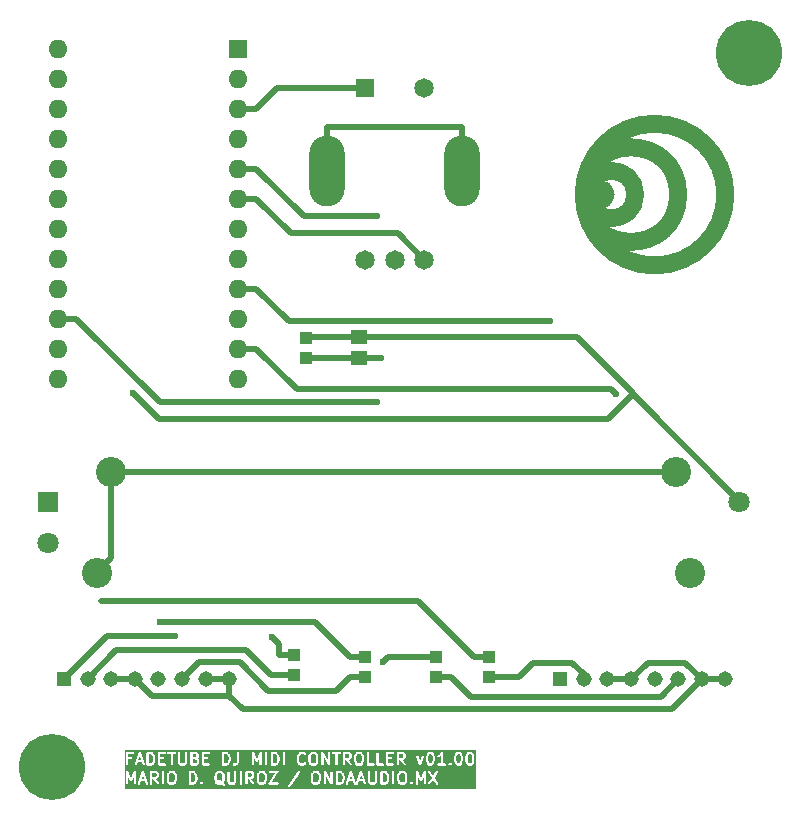
<source format=gbr>
%TF.GenerationSoftware,KiCad,Pcbnew,9.0.7*%
%TF.CreationDate,2026-01-21T12:24:24-06:00*%
%TF.ProjectId,FADETUBE_MIDI,46414445-5455-4424-955f-4d4944492e6b,rev?*%
%TF.SameCoordinates,Original*%
%TF.FileFunction,Copper,L1,Top*%
%TF.FilePolarity,Positive*%
%FSLAX46Y46*%
G04 Gerber Fmt 4.6, Leading zero omitted, Abs format (unit mm)*
G04 Created by KiCad (PCBNEW 9.0.7) date 2026-01-21 12:24:24*
%MOMM*%
%LPD*%
G01*
G04 APERTURE LIST*
%ADD10C,0.187500*%
%TA.AperFunction,NonConductor*%
%ADD11C,1.500000*%
%TD*%
%TA.AperFunction,SMDPad,CuDef*%
%ADD12R,1.000000X1.100000*%
%TD*%
%TA.AperFunction,ComponentPad*%
%ADD13R,1.308000X1.308000*%
%TD*%
%TA.AperFunction,ComponentPad*%
%ADD14C,1.308000*%
%TD*%
%TA.AperFunction,ComponentPad*%
%ADD15R,1.600000X1.600000*%
%TD*%
%TA.AperFunction,ComponentPad*%
%ADD16O,1.600000X1.600000*%
%TD*%
%TA.AperFunction,ComponentPad*%
%ADD17C,5.600000*%
%TD*%
%TA.AperFunction,ComponentPad*%
%ADD18R,1.800000X1.800000*%
%TD*%
%TA.AperFunction,ComponentPad*%
%ADD19C,1.800000*%
%TD*%
%TA.AperFunction,ComponentPad*%
%ADD20C,2.550000*%
%TD*%
%TA.AperFunction,ComponentPad*%
%ADD21R,1.650000X1.650000*%
%TD*%
%TA.AperFunction,ComponentPad*%
%ADD22C,1.650000*%
%TD*%
%TA.AperFunction,ComponentPad*%
%ADD23O,3.000000X6.000000*%
%TD*%
%TA.AperFunction,SMDPad,CuDef*%
%ADD24R,1.470000X1.160000*%
%TD*%
%TA.AperFunction,ViaPad*%
%ADD25C,0.600000*%
%TD*%
%TA.AperFunction,Conductor*%
%ADD26C,0.500000*%
%TD*%
G04 APERTURE END LIST*
D10*
G36*
X135028116Y-151723523D02*
G01*
X135101222Y-151723523D01*
X135163058Y-151754440D01*
X135182737Y-151774119D01*
X135097867Y-151774119D01*
X135036031Y-151743201D01*
X135015068Y-151722238D01*
X135028116Y-151723523D01*
G37*
G36*
X135305916Y-150992537D02*
G01*
X135372033Y-151058654D01*
X135410556Y-151212744D01*
X135410556Y-151522993D01*
X135372033Y-151677082D01*
X135361448Y-151687667D01*
X135284883Y-151611101D01*
X135277694Y-151605200D01*
X135276072Y-151603330D01*
X135273253Y-151601555D01*
X135270677Y-151599441D01*
X135268387Y-151598492D01*
X135260518Y-151593539D01*
X135165280Y-151545920D01*
X135148116Y-151539352D01*
X135144756Y-151539113D01*
X135141644Y-151537824D01*
X135123354Y-151536023D01*
X135028116Y-151536023D01*
X135009826Y-151537824D01*
X134976031Y-151551823D01*
X134950166Y-151577688D01*
X134946984Y-151585369D01*
X134931390Y-151522993D01*
X134931390Y-151212744D01*
X134969912Y-151058654D01*
X135036029Y-150992538D01*
X135097867Y-150961619D01*
X135244079Y-150961619D01*
X135305916Y-150992537D01*
G37*
G36*
X131258297Y-150992537D02*
G01*
X131324414Y-151058654D01*
X131362937Y-151212744D01*
X131362937Y-151522993D01*
X131324414Y-151677082D01*
X131258295Y-151743201D01*
X131196460Y-151774119D01*
X131050248Y-151774119D01*
X130988412Y-151743201D01*
X130922293Y-151677081D01*
X130883771Y-151522993D01*
X130883771Y-151212744D01*
X130922293Y-151058654D01*
X130988410Y-150992538D01*
X131050248Y-150961619D01*
X131196460Y-150961619D01*
X131258297Y-150992537D01*
G37*
G36*
X132977474Y-150997428D02*
G01*
X133046304Y-151066258D01*
X133082518Y-151138686D01*
X133124842Y-151307982D01*
X133124842Y-151427755D01*
X133082518Y-151597051D01*
X133046304Y-151669479D01*
X132977473Y-151738309D01*
X132870046Y-151774119D01*
X132740914Y-151774119D01*
X132740914Y-150961619D01*
X132870046Y-150961619D01*
X132977474Y-150997428D01*
G37*
G36*
X138877344Y-150992537D02*
G01*
X138943461Y-151058654D01*
X138981984Y-151212744D01*
X138981984Y-151522993D01*
X138943461Y-151677082D01*
X138877342Y-151743201D01*
X138815507Y-151774119D01*
X138669295Y-151774119D01*
X138607459Y-151743201D01*
X138541340Y-151677081D01*
X138502818Y-151522993D01*
X138502818Y-151212744D01*
X138541340Y-151058654D01*
X138607457Y-150992538D01*
X138669295Y-150961619D01*
X138815507Y-150961619D01*
X138877344Y-150992537D01*
G37*
G36*
X143448773Y-150992537D02*
G01*
X143514890Y-151058654D01*
X143553413Y-151212744D01*
X143553413Y-151522993D01*
X143514890Y-151677082D01*
X143448771Y-151743201D01*
X143386936Y-151774119D01*
X143240724Y-151774119D01*
X143178888Y-151743201D01*
X143112769Y-151677081D01*
X143074247Y-151522993D01*
X143074247Y-151212744D01*
X143112769Y-151058654D01*
X143178886Y-150992538D01*
X143240724Y-150961619D01*
X143386936Y-150961619D01*
X143448773Y-150992537D01*
G37*
G36*
X145453664Y-150997428D02*
G01*
X145522494Y-151066258D01*
X145558708Y-151138686D01*
X145601032Y-151307982D01*
X145601032Y-151427755D01*
X145558708Y-151597051D01*
X145522494Y-151669479D01*
X145453663Y-151738309D01*
X145346236Y-151774119D01*
X145217104Y-151774119D01*
X145217104Y-150961619D01*
X145346236Y-150961619D01*
X145453664Y-150997428D01*
G37*
G36*
X149215569Y-150997428D02*
G01*
X149284399Y-151066258D01*
X149320613Y-151138686D01*
X149362937Y-151307982D01*
X149362937Y-151427755D01*
X149320613Y-151597051D01*
X149284399Y-151669479D01*
X149215568Y-151738309D01*
X149108141Y-151774119D01*
X148979009Y-151774119D01*
X148979009Y-150961619D01*
X149108141Y-150961619D01*
X149215569Y-150997428D01*
G37*
G36*
X150782106Y-150992537D02*
G01*
X150848223Y-151058654D01*
X150886746Y-151212744D01*
X150886746Y-151522993D01*
X150848223Y-151677082D01*
X150782104Y-151743201D01*
X150720269Y-151774119D01*
X150574057Y-151774119D01*
X150512221Y-151743201D01*
X150446102Y-151677081D01*
X150407580Y-151522993D01*
X150407580Y-151212744D01*
X150446102Y-151058654D01*
X150512219Y-150992538D01*
X150574057Y-150961619D01*
X150720269Y-150961619D01*
X150782106Y-150992537D01*
G37*
G36*
X129782106Y-150992536D02*
G01*
X129808209Y-151018640D01*
X129839128Y-151080477D01*
X129839128Y-151179070D01*
X129808209Y-151240906D01*
X129782106Y-151267010D01*
X129720270Y-151297928D01*
X129455200Y-151297928D01*
X129455200Y-150961619D01*
X129720270Y-150961619D01*
X129782106Y-150992536D01*
G37*
G36*
X137877343Y-150992536D02*
G01*
X137903446Y-151018640D01*
X137934365Y-151080477D01*
X137934365Y-151179070D01*
X137903446Y-151240906D01*
X137877343Y-151267010D01*
X137815507Y-151297928D01*
X137550437Y-151297928D01*
X137550437Y-150961619D01*
X137815507Y-150961619D01*
X137877343Y-150992536D01*
G37*
G36*
X128802807Y-151488404D02*
G01*
X128586759Y-151488404D01*
X128694783Y-151164332D01*
X128802807Y-151488404D01*
G37*
G36*
X146421854Y-151488404D02*
G01*
X146205806Y-151488404D01*
X146313830Y-151164332D01*
X146421854Y-151488404D01*
G37*
G36*
X147278997Y-151488404D02*
G01*
X147062949Y-151488404D01*
X147170973Y-151164332D01*
X147278997Y-151488404D01*
G37*
G36*
X129406046Y-149387484D02*
G01*
X129474876Y-149456314D01*
X129511090Y-149528742D01*
X129553414Y-149698038D01*
X129553414Y-149817811D01*
X129511090Y-149987107D01*
X129474876Y-150059535D01*
X129406045Y-150128365D01*
X129298618Y-150164175D01*
X129169486Y-150164175D01*
X129169486Y-149351675D01*
X129298618Y-149351675D01*
X129406046Y-149387484D01*
G37*
G36*
X133215570Y-149863674D02*
G01*
X133236781Y-149884886D01*
X133267700Y-149946723D01*
X133267700Y-150045316D01*
X133236781Y-150107154D01*
X133210677Y-150133257D01*
X133148842Y-150164175D01*
X132883772Y-150164175D01*
X132883772Y-149827865D01*
X133108142Y-149827865D01*
X133215570Y-149863674D01*
G37*
G36*
X133163059Y-149382592D02*
G01*
X133189162Y-149408696D01*
X133220081Y-149470533D01*
X133220081Y-149521507D01*
X133189162Y-149583343D01*
X133163059Y-149609447D01*
X133101223Y-149640365D01*
X132883772Y-149640365D01*
X132883772Y-149351675D01*
X133101223Y-149351675D01*
X133163059Y-149382592D01*
G37*
G36*
X135786999Y-149387484D02*
G01*
X135855829Y-149456314D01*
X135892043Y-149528742D01*
X135934367Y-149698038D01*
X135934367Y-149817811D01*
X135892043Y-149987107D01*
X135855829Y-150059535D01*
X135786998Y-150128365D01*
X135679571Y-150164175D01*
X135550439Y-150164175D01*
X135550439Y-149351675D01*
X135679571Y-149351675D01*
X135786999Y-149387484D01*
G37*
G36*
X139929856Y-149387484D02*
G01*
X139998686Y-149456314D01*
X140034900Y-149528742D01*
X140077224Y-149698038D01*
X140077224Y-149817811D01*
X140034900Y-149987107D01*
X139998686Y-150059535D01*
X139929855Y-150128365D01*
X139822428Y-150164175D01*
X139693296Y-150164175D01*
X139693296Y-149351675D01*
X139822428Y-149351675D01*
X139929856Y-149387484D01*
G37*
G36*
X143258298Y-149382593D02*
G01*
X143324415Y-149448710D01*
X143362938Y-149602800D01*
X143362938Y-149913049D01*
X143324415Y-150067138D01*
X143258296Y-150133257D01*
X143196461Y-150164175D01*
X143050249Y-150164175D01*
X142988413Y-150133257D01*
X142922294Y-150067137D01*
X142883772Y-149913049D01*
X142883772Y-149602800D01*
X142922294Y-149448710D01*
X142988411Y-149382594D01*
X143050249Y-149351675D01*
X143196461Y-149351675D01*
X143258298Y-149382593D01*
G37*
G36*
X147115441Y-149382593D02*
G01*
X147181558Y-149448710D01*
X147220081Y-149602800D01*
X147220081Y-149913049D01*
X147181558Y-150067138D01*
X147115439Y-150133257D01*
X147053604Y-150164175D01*
X146907392Y-150164175D01*
X146845556Y-150133257D01*
X146779437Y-150067137D01*
X146740915Y-149913049D01*
X146740915Y-149602800D01*
X146779437Y-149448710D01*
X146845554Y-149382594D01*
X146907392Y-149351675D01*
X147053604Y-149351675D01*
X147115441Y-149382593D01*
G37*
G36*
X153115441Y-149382592D02*
G01*
X153141544Y-149408696D01*
X153177758Y-149481123D01*
X153220082Y-149650419D01*
X153220082Y-149865430D01*
X153177758Y-150034726D01*
X153141544Y-150107154D01*
X153115440Y-150133257D01*
X153053605Y-150164175D01*
X153002631Y-150164175D01*
X152940795Y-150133257D01*
X152914690Y-150107151D01*
X152878478Y-150034726D01*
X152836154Y-149865430D01*
X152836154Y-149650419D01*
X152878478Y-149481122D01*
X152914690Y-149408696D01*
X152940794Y-149382593D01*
X153002631Y-149351675D01*
X153053605Y-149351675D01*
X153115441Y-149382592D01*
G37*
G36*
X155496393Y-149382592D02*
G01*
X155522496Y-149408696D01*
X155558710Y-149481123D01*
X155601034Y-149650419D01*
X155601034Y-149865430D01*
X155558710Y-150034726D01*
X155522496Y-150107154D01*
X155496392Y-150133257D01*
X155434557Y-150164175D01*
X155383583Y-150164175D01*
X155321747Y-150133257D01*
X155295642Y-150107151D01*
X155259430Y-150034726D01*
X155217106Y-149865430D01*
X155217106Y-149650419D01*
X155259430Y-149481122D01*
X155295642Y-149408696D01*
X155321746Y-149382593D01*
X155383583Y-149351675D01*
X155434557Y-149351675D01*
X155496393Y-149382592D01*
G37*
G36*
X156448774Y-149382592D02*
G01*
X156474877Y-149408696D01*
X156511091Y-149481123D01*
X156553415Y-149650419D01*
X156553415Y-149865430D01*
X156511091Y-150034726D01*
X156474877Y-150107154D01*
X156448773Y-150133257D01*
X156386938Y-150164175D01*
X156335964Y-150164175D01*
X156274128Y-150133257D01*
X156248023Y-150107151D01*
X156211811Y-150034726D01*
X156169487Y-149865430D01*
X156169487Y-149650419D01*
X156211811Y-149481122D01*
X156248023Y-149408696D01*
X156274127Y-149382593D01*
X156335964Y-149351675D01*
X156386938Y-149351675D01*
X156448774Y-149382592D01*
G37*
G36*
X146115440Y-149382592D02*
G01*
X146141543Y-149408696D01*
X146172462Y-149470533D01*
X146172462Y-149569126D01*
X146141543Y-149630962D01*
X146115440Y-149657066D01*
X146053604Y-149687984D01*
X145788534Y-149687984D01*
X145788534Y-149351675D01*
X146053604Y-149351675D01*
X146115440Y-149382592D01*
G37*
G36*
X150686869Y-149382592D02*
G01*
X150712972Y-149408696D01*
X150743891Y-149470533D01*
X150743891Y-149569126D01*
X150712972Y-149630962D01*
X150686869Y-149657066D01*
X150625033Y-149687984D01*
X150359963Y-149687984D01*
X150359963Y-149351675D01*
X150625033Y-149351675D01*
X150686869Y-149382592D01*
G37*
G36*
X128517093Y-149878460D02*
G01*
X128301045Y-149878460D01*
X128409069Y-149554388D01*
X128517093Y-149878460D01*
G37*
G36*
X156852026Y-152310825D02*
G01*
X127156589Y-152310825D01*
X127156589Y-152106062D01*
X140981985Y-152106062D01*
X140989159Y-152141931D01*
X141009513Y-152172325D01*
X141039949Y-152192616D01*
X141075833Y-152199714D01*
X141111702Y-152192540D01*
X141142096Y-152172186D01*
X141153740Y-152157967D01*
X141791583Y-151201202D01*
X142886747Y-151201202D01*
X142886747Y-151534535D01*
X142887060Y-151537722D01*
X142886857Y-151539092D01*
X142887870Y-151545944D01*
X142888548Y-151552825D01*
X142889077Y-151554102D01*
X142889546Y-151557273D01*
X142937165Y-151747749D01*
X142943348Y-151765056D01*
X142947498Y-151770657D01*
X142950165Y-151777095D01*
X142961824Y-151791302D01*
X143057063Y-151886541D01*
X143064251Y-151892441D01*
X143065874Y-151894312D01*
X143068692Y-151896086D01*
X143071269Y-151898201D01*
X143073558Y-151899149D01*
X143081428Y-151904103D01*
X143176665Y-151951721D01*
X143193830Y-151958290D01*
X143197189Y-151958528D01*
X143200302Y-151959818D01*
X143218592Y-151961619D01*
X143409068Y-151961619D01*
X143427358Y-151959818D01*
X143430470Y-151958528D01*
X143433830Y-151958290D01*
X143450994Y-151951722D01*
X143546232Y-151904103D01*
X143554105Y-151899146D01*
X143556391Y-151898200D01*
X143558964Y-151896088D01*
X143561786Y-151894312D01*
X143563408Y-151892440D01*
X143570598Y-151886541D01*
X143665836Y-151791302D01*
X143677495Y-151777095D01*
X143680161Y-151770657D01*
X143684312Y-151765056D01*
X143690495Y-151747749D01*
X143738114Y-151557273D01*
X143738582Y-151554102D01*
X143739112Y-151552825D01*
X143739789Y-151545944D01*
X143740803Y-151539092D01*
X143740599Y-151537722D01*
X143740913Y-151534535D01*
X143740913Y-151201202D01*
X143740599Y-151198014D01*
X143740803Y-151196645D01*
X143739789Y-151189792D01*
X143739112Y-151182912D01*
X143738582Y-151181634D01*
X143738114Y-151178464D01*
X143690495Y-150987988D01*
X143684312Y-150970681D01*
X143680162Y-150965080D01*
X143677495Y-150958641D01*
X143665835Y-150944435D01*
X143589269Y-150867869D01*
X143981985Y-150867869D01*
X143981985Y-151867869D01*
X143983786Y-151886159D01*
X143997785Y-151919954D01*
X144023650Y-151945819D01*
X144057445Y-151959818D01*
X144094025Y-151959818D01*
X144127820Y-151945819D01*
X144153685Y-151919954D01*
X144167684Y-151886159D01*
X144169485Y-151867869D01*
X144169485Y-151220891D01*
X144565765Y-151914382D01*
X144568502Y-151918238D01*
X144569213Y-151919954D01*
X144570960Y-151921701D01*
X144576403Y-151929369D01*
X144586265Y-151937006D01*
X144595078Y-151945819D01*
X144600598Y-151948105D01*
X144605325Y-151951766D01*
X144617353Y-151955046D01*
X144628873Y-151959818D01*
X144634851Y-151959818D01*
X144640615Y-151961390D01*
X144652983Y-151959818D01*
X144665453Y-151959818D01*
X144670972Y-151957531D01*
X144676902Y-151956778D01*
X144687733Y-151950588D01*
X144699248Y-151945819D01*
X144703471Y-151941595D01*
X144708663Y-151938629D01*
X144716300Y-151928766D01*
X144725113Y-151919954D01*
X144727399Y-151914433D01*
X144731060Y-151909707D01*
X144734340Y-151897677D01*
X144739112Y-151886159D01*
X144740033Y-151876804D01*
X144740684Y-151874418D01*
X144740449Y-151872574D01*
X144740913Y-151867869D01*
X144740913Y-150867869D01*
X145029604Y-150867869D01*
X145029604Y-151867869D01*
X145031405Y-151886158D01*
X145031405Y-151886159D01*
X145045404Y-151919954D01*
X145071269Y-151945819D01*
X145105064Y-151959818D01*
X145123354Y-151961619D01*
X145361449Y-151961619D01*
X145370705Y-151960707D01*
X145373174Y-151960883D01*
X145376420Y-151960144D01*
X145379739Y-151959818D01*
X145382028Y-151958869D01*
X145391095Y-151956808D01*
X145533952Y-151909189D01*
X145550734Y-151901697D01*
X145553280Y-151899488D01*
X145556391Y-151898200D01*
X145570598Y-151886541D01*
X145600995Y-151856144D01*
X145887483Y-151856144D01*
X145890076Y-151892631D01*
X145906435Y-151925348D01*
X145934069Y-151949316D01*
X145968772Y-151960883D01*
X146005259Y-151958290D01*
X146037976Y-151941931D01*
X146061944Y-151914297D01*
X146069436Y-151897515D01*
X146143306Y-151675904D01*
X146484354Y-151675904D01*
X146558224Y-151897515D01*
X146565716Y-151914297D01*
X146589684Y-151941931D01*
X146622401Y-151958289D01*
X146658888Y-151960883D01*
X146693591Y-151949315D01*
X146721225Y-151925348D01*
X146737583Y-151892631D01*
X146740177Y-151856144D01*
X146744626Y-151856144D01*
X146747219Y-151892631D01*
X146763578Y-151925348D01*
X146791212Y-151949316D01*
X146825915Y-151960883D01*
X146862402Y-151958290D01*
X146895119Y-151941931D01*
X146919087Y-151914297D01*
X146926579Y-151897515D01*
X147000449Y-151675904D01*
X147341497Y-151675904D01*
X147415367Y-151897515D01*
X147422859Y-151914297D01*
X147446827Y-151941931D01*
X147479544Y-151958289D01*
X147516031Y-151960883D01*
X147550734Y-151949315D01*
X147578368Y-151925348D01*
X147594726Y-151892631D01*
X147597320Y-151856143D01*
X147593245Y-151838222D01*
X147269794Y-150867869D01*
X147743890Y-150867869D01*
X147743890Y-151677392D01*
X147745691Y-151695682D01*
X147746980Y-151698794D01*
X147747219Y-151702154D01*
X147753787Y-151719318D01*
X147801406Y-151814556D01*
X147806360Y-151822427D01*
X147807308Y-151824714D01*
X147809421Y-151827289D01*
X147811197Y-151830110D01*
X147813067Y-151831732D01*
X147818967Y-151838921D01*
X147866586Y-151886540D01*
X147873774Y-151892440D01*
X147875398Y-151894312D01*
X147878217Y-151896086D01*
X147880792Y-151898200D01*
X147883079Y-151899147D01*
X147890952Y-151904103D01*
X147986189Y-151951721D01*
X148003354Y-151958290D01*
X148006713Y-151958528D01*
X148009826Y-151959818D01*
X148028116Y-151961619D01*
X148218592Y-151961619D01*
X148236882Y-151959818D01*
X148239994Y-151958528D01*
X148243354Y-151958290D01*
X148260518Y-151951722D01*
X148355756Y-151904103D01*
X148363628Y-151899147D01*
X148365916Y-151898200D01*
X148368491Y-151896086D01*
X148371310Y-151894312D01*
X148372931Y-151892442D01*
X148380122Y-151886541D01*
X148427741Y-151838921D01*
X148433640Y-151831732D01*
X148435511Y-151830110D01*
X148437286Y-151827289D01*
X148439400Y-151824714D01*
X148440347Y-151822427D01*
X148445302Y-151814556D01*
X148492920Y-151719319D01*
X148499489Y-151702154D01*
X148499727Y-151698794D01*
X148501017Y-151695682D01*
X148502818Y-151677392D01*
X148502818Y-150867869D01*
X148791509Y-150867869D01*
X148791509Y-151867869D01*
X148793310Y-151886158D01*
X148793310Y-151886159D01*
X148807309Y-151919954D01*
X148833174Y-151945819D01*
X148866969Y-151959818D01*
X148885259Y-151961619D01*
X149123354Y-151961619D01*
X149132610Y-151960707D01*
X149135079Y-151960883D01*
X149138325Y-151960144D01*
X149141644Y-151959818D01*
X149143933Y-151958869D01*
X149153000Y-151956808D01*
X149295857Y-151909189D01*
X149312639Y-151901697D01*
X149315185Y-151899488D01*
X149318296Y-151898200D01*
X149332503Y-151886541D01*
X149427741Y-151791302D01*
X149433640Y-151784113D01*
X149435511Y-151782491D01*
X149437286Y-151779670D01*
X149439400Y-151777095D01*
X149440347Y-151774808D01*
X149445302Y-151766937D01*
X149492920Y-151671700D01*
X149493431Y-151670364D01*
X149493836Y-151669818D01*
X149496584Y-151662123D01*
X149499489Y-151654535D01*
X149499536Y-151653860D01*
X149500019Y-151652511D01*
X149547638Y-151462035D01*
X149548106Y-151458864D01*
X149548636Y-151457587D01*
X149549313Y-151450706D01*
X149550327Y-151443854D01*
X149550123Y-151442484D01*
X149550437Y-151439297D01*
X149550437Y-151296440D01*
X149550123Y-151293252D01*
X149550327Y-151291883D01*
X149549313Y-151285030D01*
X149548636Y-151278150D01*
X149548106Y-151276872D01*
X149547638Y-151273702D01*
X149500019Y-151083226D01*
X149499536Y-151081876D01*
X149499489Y-151081202D01*
X149496584Y-151073613D01*
X149493836Y-151065919D01*
X149493431Y-151065372D01*
X149492920Y-151064037D01*
X149445302Y-150968800D01*
X149440348Y-150960930D01*
X149439400Y-150958641D01*
X149437285Y-150956064D01*
X149435511Y-150953246D01*
X149433640Y-150951623D01*
X149427740Y-150944435D01*
X149351174Y-150867869D01*
X149791509Y-150867869D01*
X149791509Y-151867869D01*
X149793310Y-151886159D01*
X149807309Y-151919954D01*
X149833174Y-151945819D01*
X149866969Y-151959818D01*
X149903549Y-151959818D01*
X149937344Y-151945819D01*
X149963209Y-151919954D01*
X149977208Y-151886159D01*
X149979009Y-151867869D01*
X149979009Y-151201202D01*
X150220080Y-151201202D01*
X150220080Y-151534535D01*
X150220393Y-151537722D01*
X150220190Y-151539092D01*
X150221203Y-151545944D01*
X150221881Y-151552825D01*
X150222410Y-151554102D01*
X150222879Y-151557273D01*
X150270498Y-151747749D01*
X150276681Y-151765056D01*
X150280831Y-151770657D01*
X150283498Y-151777095D01*
X150295157Y-151791302D01*
X150390396Y-151886541D01*
X150397584Y-151892441D01*
X150399207Y-151894312D01*
X150402025Y-151896086D01*
X150404602Y-151898201D01*
X150406891Y-151899149D01*
X150414761Y-151904103D01*
X150509998Y-151951721D01*
X150527163Y-151958290D01*
X150530522Y-151958528D01*
X150533635Y-151959818D01*
X150551925Y-151961619D01*
X150742401Y-151961619D01*
X150760691Y-151959818D01*
X150763803Y-151958528D01*
X150767163Y-151958290D01*
X150784327Y-151951722D01*
X150879565Y-151904103D01*
X150887438Y-151899146D01*
X150889724Y-151898200D01*
X150892297Y-151896088D01*
X150895119Y-151894312D01*
X150896741Y-151892440D01*
X150903931Y-151886541D01*
X150988510Y-151801961D01*
X151269500Y-151801961D01*
X151269500Y-151838539D01*
X151283498Y-151872335D01*
X151295158Y-151886541D01*
X151342776Y-151934160D01*
X151356977Y-151945814D01*
X151356983Y-151945820D01*
X151379726Y-151955240D01*
X151390778Y-151959818D01*
X151390779Y-151959818D01*
X151427357Y-151959818D01*
X151427358Y-151959818D01*
X151438410Y-151955240D01*
X151461153Y-151945820D01*
X151475359Y-151934160D01*
X151522978Y-151886542D01*
X151534637Y-151872335D01*
X151548635Y-151838540D01*
X151548635Y-151821356D01*
X151548636Y-151801962D01*
X151534638Y-151768166D01*
X151522979Y-151753959D01*
X151475360Y-151706339D01*
X151461154Y-151694680D01*
X151451255Y-151690579D01*
X151427358Y-151680681D01*
X151390778Y-151680681D01*
X151366880Y-151690579D01*
X151356982Y-151694680D01*
X151342776Y-151706340D01*
X151295157Y-151753959D01*
X151283502Y-151768160D01*
X151283498Y-151768165D01*
X151269500Y-151801961D01*
X150988510Y-151801961D01*
X150999169Y-151791302D01*
X151010828Y-151777095D01*
X151013494Y-151770657D01*
X151017645Y-151765056D01*
X151023828Y-151747749D01*
X151071447Y-151557273D01*
X151071915Y-151554102D01*
X151072445Y-151552825D01*
X151073122Y-151545944D01*
X151074136Y-151539092D01*
X151073932Y-151537722D01*
X151074246Y-151534535D01*
X151074246Y-151201202D01*
X151073932Y-151198014D01*
X151074136Y-151196645D01*
X151073122Y-151189792D01*
X151072445Y-151182912D01*
X151071915Y-151181634D01*
X151071447Y-151178464D01*
X151023828Y-150987988D01*
X151017645Y-150970681D01*
X151013495Y-150965080D01*
X151010828Y-150958641D01*
X150999168Y-150944435D01*
X150922602Y-150867869D01*
X151791508Y-150867869D01*
X151791508Y-151867869D01*
X151793309Y-151886159D01*
X151807308Y-151919954D01*
X151833173Y-151945819D01*
X151866968Y-151959818D01*
X151903548Y-151959818D01*
X151937343Y-151945819D01*
X151963208Y-151919954D01*
X151977207Y-151886159D01*
X151979008Y-151867869D01*
X151979008Y-151290454D01*
X152133636Y-151621800D01*
X152137605Y-151628501D01*
X152138429Y-151630765D01*
X152139895Y-151632366D01*
X152143003Y-151637612D01*
X152153512Y-151647236D01*
X152163133Y-151657742D01*
X152166907Y-151659503D01*
X152169980Y-151662317D01*
X152183370Y-151667186D01*
X152196281Y-151673211D01*
X152200442Y-151673393D01*
X152204356Y-151674817D01*
X152218591Y-151674191D01*
X152232826Y-151674817D01*
X152236739Y-151673393D01*
X152240901Y-151673211D01*
X152253817Y-151667183D01*
X152267202Y-151662316D01*
X152270272Y-151659504D01*
X152274049Y-151657742D01*
X152283673Y-151647232D01*
X152294179Y-151637612D01*
X152297284Y-151632369D01*
X152298754Y-151630765D01*
X152299578Y-151628497D01*
X152303546Y-151621800D01*
X152458174Y-151290453D01*
X152458174Y-151867869D01*
X152459975Y-151886159D01*
X152473974Y-151919954D01*
X152499839Y-151945819D01*
X152533634Y-151959818D01*
X152570214Y-151959818D01*
X152604009Y-151945819D01*
X152629874Y-151919954D01*
X152643873Y-151886159D01*
X152645674Y-151867869D01*
X152645674Y-150867869D01*
X152645664Y-150867770D01*
X152839127Y-150867770D01*
X152846225Y-150903655D01*
X152854872Y-150919872D01*
X153153536Y-151367869D01*
X152854872Y-151815866D01*
X152846225Y-151832083D01*
X152839127Y-151867968D01*
X152846301Y-151903836D01*
X152866655Y-151934230D01*
X152897091Y-151954521D01*
X152932976Y-151961619D01*
X152968844Y-151954445D01*
X152999238Y-151934091D01*
X153010882Y-151919872D01*
X153266210Y-151536879D01*
X153521538Y-151919872D01*
X153533182Y-151934091D01*
X153563576Y-151954445D01*
X153599444Y-151961619D01*
X153635329Y-151954521D01*
X153665765Y-151934230D01*
X153686119Y-151903836D01*
X153693293Y-151867967D01*
X153686195Y-151832083D01*
X153677548Y-151815866D01*
X153378883Y-151367869D01*
X153677548Y-150919872D01*
X153686195Y-150903655D01*
X153693293Y-150867771D01*
X153686119Y-150831902D01*
X153665765Y-150801508D01*
X153635329Y-150781217D01*
X153599444Y-150774119D01*
X153563576Y-150781293D01*
X153533182Y-150801647D01*
X153521538Y-150815866D01*
X153266210Y-151198858D01*
X153010882Y-150815866D01*
X152999238Y-150801647D01*
X152968844Y-150781293D01*
X152932976Y-150774119D01*
X152897091Y-150781217D01*
X152866655Y-150801508D01*
X152846301Y-150831902D01*
X152839127Y-150867770D01*
X152645664Y-150867770D01*
X152644489Y-150855843D01*
X152644587Y-150853634D01*
X152644155Y-150852447D01*
X152643873Y-150849579D01*
X152637648Y-150834551D01*
X152632087Y-150819258D01*
X152630673Y-150817714D01*
X152629874Y-150815784D01*
X152618375Y-150804285D01*
X152607382Y-150792281D01*
X152605486Y-150791396D01*
X152604009Y-150789919D01*
X152588981Y-150783693D01*
X152574234Y-150776812D01*
X152572145Y-150776720D01*
X152570214Y-150775920D01*
X152553936Y-150775920D01*
X152537689Y-150775206D01*
X152535725Y-150775920D01*
X152533634Y-150775920D01*
X152518606Y-150782144D01*
X152503313Y-150787706D01*
X152501769Y-150789119D01*
X152499839Y-150789919D01*
X152488340Y-150801417D01*
X152476336Y-150812411D01*
X152474866Y-150814891D01*
X152473974Y-150815784D01*
X152473128Y-150817826D01*
X152466969Y-150828223D01*
X152218590Y-151360461D01*
X151970213Y-150828223D01*
X151964053Y-150817826D01*
X151963208Y-150815784D01*
X151962315Y-150814891D01*
X151960846Y-150812411D01*
X151948846Y-150801422D01*
X151937343Y-150789919D01*
X151935410Y-150789118D01*
X151933869Y-150787707D01*
X151918586Y-150782149D01*
X151903548Y-150775920D01*
X151901456Y-150775920D01*
X151899493Y-150775206D01*
X151883246Y-150775920D01*
X151866968Y-150775920D01*
X151865036Y-150776720D01*
X151862948Y-150776812D01*
X151848200Y-150783693D01*
X151833173Y-150789919D01*
X151831695Y-150791396D01*
X151829800Y-150792281D01*
X151818811Y-150804280D01*
X151807308Y-150815784D01*
X151806507Y-150817716D01*
X151805096Y-150819258D01*
X151799538Y-150834540D01*
X151793309Y-150849579D01*
X151793026Y-150852447D01*
X151792595Y-150853634D01*
X151792692Y-150855843D01*
X151791508Y-150867869D01*
X150922602Y-150867869D01*
X150903930Y-150849197D01*
X150896741Y-150843296D01*
X150895119Y-150841426D01*
X150892300Y-150839651D01*
X150889724Y-150837537D01*
X150887434Y-150836588D01*
X150879565Y-150831635D01*
X150784327Y-150784016D01*
X150767163Y-150777448D01*
X150763803Y-150777209D01*
X150760691Y-150775920D01*
X150742401Y-150774119D01*
X150551925Y-150774119D01*
X150533635Y-150775920D01*
X150530522Y-150777209D01*
X150527163Y-150777448D01*
X150509998Y-150784017D01*
X150414761Y-150831635D01*
X150406891Y-150836588D01*
X150404602Y-150837537D01*
X150402025Y-150839651D01*
X150399207Y-150841426D01*
X150397584Y-150843296D01*
X150390396Y-150849197D01*
X150295158Y-150944435D01*
X150283498Y-150958641D01*
X150280830Y-150965080D01*
X150276681Y-150970681D01*
X150270498Y-150987988D01*
X150222879Y-151178464D01*
X150222410Y-151181634D01*
X150221881Y-151182912D01*
X150221203Y-151189792D01*
X150220190Y-151196645D01*
X150220393Y-151198014D01*
X150220080Y-151201202D01*
X149979009Y-151201202D01*
X149979009Y-150867869D01*
X149977208Y-150849579D01*
X149963209Y-150815784D01*
X149937344Y-150789919D01*
X149903549Y-150775920D01*
X149866969Y-150775920D01*
X149833174Y-150789919D01*
X149807309Y-150815784D01*
X149793310Y-150849579D01*
X149791509Y-150867869D01*
X149351174Y-150867869D01*
X149332502Y-150849197D01*
X149318296Y-150837537D01*
X149315183Y-150836247D01*
X149312639Y-150834041D01*
X149295857Y-150826549D01*
X149153000Y-150778930D01*
X149143933Y-150776868D01*
X149141644Y-150775920D01*
X149138325Y-150775593D01*
X149135079Y-150774855D01*
X149132610Y-150775030D01*
X149123354Y-150774119D01*
X148885259Y-150774119D01*
X148866969Y-150775920D01*
X148833174Y-150789919D01*
X148807309Y-150815784D01*
X148793310Y-150849579D01*
X148791509Y-150867869D01*
X148502818Y-150867869D01*
X148501017Y-150849579D01*
X148487018Y-150815784D01*
X148461153Y-150789919D01*
X148427358Y-150775920D01*
X148390778Y-150775920D01*
X148356983Y-150789919D01*
X148331118Y-150815784D01*
X148317119Y-150849579D01*
X148315318Y-150867869D01*
X148315318Y-151655260D01*
X148284399Y-151717098D01*
X148258295Y-151743201D01*
X148196460Y-151774119D01*
X148050248Y-151774119D01*
X147988412Y-151743201D01*
X147962307Y-151717095D01*
X147931390Y-151655260D01*
X147931390Y-150867869D01*
X147929589Y-150849579D01*
X147915590Y-150815784D01*
X147889725Y-150789919D01*
X147855930Y-150775920D01*
X147819350Y-150775920D01*
X147785555Y-150789919D01*
X147759690Y-150815784D01*
X147745691Y-150849579D01*
X147743890Y-150867869D01*
X147269794Y-150867869D01*
X147259912Y-150838223D01*
X147252420Y-150821441D01*
X147248029Y-150816378D01*
X147245035Y-150810390D01*
X147236155Y-150802688D01*
X147228452Y-150793807D01*
X147222460Y-150790811D01*
X147217401Y-150786423D01*
X147206251Y-150782706D01*
X147195735Y-150777448D01*
X147189052Y-150776973D01*
X147182698Y-150774855D01*
X147170975Y-150775688D01*
X147159248Y-150774855D01*
X147152890Y-150776974D01*
X147146211Y-150777449D01*
X147135702Y-150782702D01*
X147124545Y-150786422D01*
X147119482Y-150790812D01*
X147113494Y-150793807D01*
X147105791Y-150802687D01*
X147096911Y-150810390D01*
X147093916Y-150816379D01*
X147089526Y-150821441D01*
X147082034Y-150838223D01*
X146748701Y-151838223D01*
X146744626Y-151856144D01*
X146740177Y-151856144D01*
X146740177Y-151856143D01*
X146736102Y-151838222D01*
X146402769Y-150838223D01*
X146395277Y-150821441D01*
X146390886Y-150816378D01*
X146387892Y-150810390D01*
X146379012Y-150802688D01*
X146371309Y-150793807D01*
X146365317Y-150790811D01*
X146360258Y-150786423D01*
X146349108Y-150782706D01*
X146338592Y-150777448D01*
X146331909Y-150776973D01*
X146325555Y-150774855D01*
X146313832Y-150775688D01*
X146302105Y-150774855D01*
X146295747Y-150776974D01*
X146289068Y-150777449D01*
X146278559Y-150782702D01*
X146267402Y-150786422D01*
X146262339Y-150790812D01*
X146256351Y-150793807D01*
X146248648Y-150802687D01*
X146239768Y-150810390D01*
X146236773Y-150816379D01*
X146232383Y-150821441D01*
X146224891Y-150838223D01*
X145891558Y-151838223D01*
X145887483Y-151856144D01*
X145600995Y-151856144D01*
X145665836Y-151791302D01*
X145671735Y-151784113D01*
X145673606Y-151782491D01*
X145675381Y-151779670D01*
X145677495Y-151777095D01*
X145678442Y-151774808D01*
X145683397Y-151766937D01*
X145731015Y-151671700D01*
X145731526Y-151670364D01*
X145731931Y-151669818D01*
X145734679Y-151662123D01*
X145737584Y-151654535D01*
X145737631Y-151653860D01*
X145738114Y-151652511D01*
X145785733Y-151462035D01*
X145786201Y-151458864D01*
X145786731Y-151457587D01*
X145787408Y-151450706D01*
X145788422Y-151443854D01*
X145788218Y-151442484D01*
X145788532Y-151439297D01*
X145788532Y-151296440D01*
X145788218Y-151293252D01*
X145788422Y-151291883D01*
X145787408Y-151285030D01*
X145786731Y-151278150D01*
X145786201Y-151276872D01*
X145785733Y-151273702D01*
X145738114Y-151083226D01*
X145737631Y-151081876D01*
X145737584Y-151081202D01*
X145734679Y-151073613D01*
X145731931Y-151065919D01*
X145731526Y-151065372D01*
X145731015Y-151064037D01*
X145683397Y-150968800D01*
X145678443Y-150960930D01*
X145677495Y-150958641D01*
X145675380Y-150956064D01*
X145673606Y-150953246D01*
X145671735Y-150951623D01*
X145665835Y-150944435D01*
X145570597Y-150849197D01*
X145556391Y-150837537D01*
X145553278Y-150836247D01*
X145550734Y-150834041D01*
X145533952Y-150826549D01*
X145391095Y-150778930D01*
X145382028Y-150776868D01*
X145379739Y-150775920D01*
X145376420Y-150775593D01*
X145373174Y-150774855D01*
X145370705Y-150775030D01*
X145361449Y-150774119D01*
X145123354Y-150774119D01*
X145105064Y-150775920D01*
X145071269Y-150789919D01*
X145045404Y-150815784D01*
X145031405Y-150849579D01*
X145029604Y-150867869D01*
X144740913Y-150867869D01*
X144739112Y-150849579D01*
X144725113Y-150815784D01*
X144699248Y-150789919D01*
X144665453Y-150775920D01*
X144628873Y-150775920D01*
X144595078Y-150789919D01*
X144569213Y-150815784D01*
X144555214Y-150849579D01*
X144553413Y-150867869D01*
X144553413Y-151514846D01*
X144157133Y-150821356D01*
X144154395Y-150817499D01*
X144153685Y-150815784D01*
X144151937Y-150814036D01*
X144146495Y-150806369D01*
X144136634Y-150798733D01*
X144127820Y-150789919D01*
X144122297Y-150787631D01*
X144117573Y-150783973D01*
X144105548Y-150780693D01*
X144094025Y-150775920D01*
X144088047Y-150775920D01*
X144082283Y-150774348D01*
X144069917Y-150775920D01*
X144057445Y-150775920D01*
X144051922Y-150778207D01*
X144045996Y-150778961D01*
X144035169Y-150785147D01*
X144023650Y-150789919D01*
X144019426Y-150794142D01*
X144014235Y-150797109D01*
X144006599Y-150806969D01*
X143997785Y-150815784D01*
X143995497Y-150821306D01*
X143991839Y-150826031D01*
X143988559Y-150838055D01*
X143983786Y-150849579D01*
X143982864Y-150858935D01*
X143982214Y-150861321D01*
X143982448Y-150863164D01*
X143981985Y-150867869D01*
X143589269Y-150867869D01*
X143570597Y-150849197D01*
X143563408Y-150843296D01*
X143561786Y-150841426D01*
X143558967Y-150839651D01*
X143556391Y-150837537D01*
X143554101Y-150836588D01*
X143546232Y-150831635D01*
X143450994Y-150784016D01*
X143433830Y-150777448D01*
X143430470Y-150777209D01*
X143427358Y-150775920D01*
X143409068Y-150774119D01*
X143218592Y-150774119D01*
X143200302Y-150775920D01*
X143197189Y-150777209D01*
X143193830Y-150777448D01*
X143176665Y-150784017D01*
X143081428Y-150831635D01*
X143073558Y-150836588D01*
X143071269Y-150837537D01*
X143068692Y-150839651D01*
X143065874Y-150841426D01*
X143064251Y-150843296D01*
X143057063Y-150849197D01*
X142961825Y-150944435D01*
X142950165Y-150958641D01*
X142947497Y-150965080D01*
X142943348Y-150970681D01*
X142937165Y-150987988D01*
X142889546Y-151178464D01*
X142889077Y-151181634D01*
X142888548Y-151182912D01*
X142887870Y-151189792D01*
X142886857Y-151196645D01*
X142887060Y-151198014D01*
X142886747Y-151201202D01*
X141791583Y-151201202D01*
X142010882Y-150872253D01*
X142019529Y-150856036D01*
X142026627Y-150820151D01*
X142019453Y-150784283D01*
X141999100Y-150753889D01*
X141968663Y-150733598D01*
X141932779Y-150726500D01*
X141896910Y-150733673D01*
X141866517Y-150754027D01*
X141854873Y-150768247D01*
X140997730Y-152053961D01*
X140989083Y-152070178D01*
X140981985Y-152106062D01*
X127156589Y-152106062D01*
X127156589Y-150867869D01*
X127267700Y-150867869D01*
X127267700Y-151867869D01*
X127269501Y-151886159D01*
X127283500Y-151919954D01*
X127309365Y-151945819D01*
X127343160Y-151959818D01*
X127379740Y-151959818D01*
X127413535Y-151945819D01*
X127439400Y-151919954D01*
X127453399Y-151886159D01*
X127455200Y-151867869D01*
X127455200Y-151290454D01*
X127609828Y-151621800D01*
X127613797Y-151628501D01*
X127614621Y-151630765D01*
X127616087Y-151632366D01*
X127619195Y-151637612D01*
X127629704Y-151647236D01*
X127639325Y-151657742D01*
X127643099Y-151659503D01*
X127646172Y-151662317D01*
X127659562Y-151667186D01*
X127672473Y-151673211D01*
X127676634Y-151673393D01*
X127680548Y-151674817D01*
X127694783Y-151674191D01*
X127709018Y-151674817D01*
X127712931Y-151673393D01*
X127717093Y-151673211D01*
X127730009Y-151667183D01*
X127743394Y-151662316D01*
X127746464Y-151659504D01*
X127750241Y-151657742D01*
X127759865Y-151647232D01*
X127770371Y-151637612D01*
X127773476Y-151632369D01*
X127774946Y-151630765D01*
X127775770Y-151628497D01*
X127779738Y-151621800D01*
X127934366Y-151290453D01*
X127934366Y-151867869D01*
X127936167Y-151886159D01*
X127950166Y-151919954D01*
X127976031Y-151945819D01*
X128009826Y-151959818D01*
X128046406Y-151959818D01*
X128080201Y-151945819D01*
X128106066Y-151919954D01*
X128120065Y-151886159D01*
X128121866Y-151867869D01*
X128121866Y-151856144D01*
X128268436Y-151856144D01*
X128271029Y-151892631D01*
X128287388Y-151925348D01*
X128315022Y-151949316D01*
X128349725Y-151960883D01*
X128386212Y-151958290D01*
X128418929Y-151941931D01*
X128442897Y-151914297D01*
X128450389Y-151897515D01*
X128524259Y-151675904D01*
X128865307Y-151675904D01*
X128939177Y-151897515D01*
X128946669Y-151914297D01*
X128970637Y-151941931D01*
X129003354Y-151958289D01*
X129039841Y-151960883D01*
X129074544Y-151949315D01*
X129102178Y-151925348D01*
X129118536Y-151892631D01*
X129121130Y-151856143D01*
X129117055Y-151838222D01*
X128793604Y-150867869D01*
X129267700Y-150867869D01*
X129267700Y-151867869D01*
X129269501Y-151886159D01*
X129283500Y-151919954D01*
X129309365Y-151945819D01*
X129343160Y-151959818D01*
X129379740Y-151959818D01*
X129413535Y-151945819D01*
X129439400Y-151919954D01*
X129453399Y-151886159D01*
X129455200Y-151867869D01*
X129455200Y-151485428D01*
X129550734Y-151485428D01*
X129856075Y-151921631D01*
X129868039Y-151935582D01*
X129898888Y-151955240D01*
X129934910Y-151961597D01*
X129970624Y-151953685D01*
X130000591Y-151932708D01*
X130020249Y-151901860D01*
X130026606Y-151865838D01*
X130018694Y-151830124D01*
X130009681Y-151814107D01*
X129775139Y-151479047D01*
X129784328Y-151475531D01*
X129879566Y-151427912D01*
X129887435Y-151422958D01*
X129889725Y-151422010D01*
X129892301Y-151419895D01*
X129895120Y-151418121D01*
X129896742Y-151416250D01*
X129903931Y-151410350D01*
X129951550Y-151362732D01*
X129957449Y-151355542D01*
X129959321Y-151353920D01*
X129961097Y-151351098D01*
X129963209Y-151348525D01*
X129964155Y-151346239D01*
X129969112Y-151338366D01*
X130016730Y-151243129D01*
X130023299Y-151225964D01*
X130023537Y-151222604D01*
X130024827Y-151219492D01*
X130026628Y-151201202D01*
X130026628Y-151058345D01*
X130024827Y-151040055D01*
X130023537Y-151036942D01*
X130023299Y-151033583D01*
X130016730Y-151016418D01*
X129969112Y-150921181D01*
X129964155Y-150913307D01*
X129963209Y-150911022D01*
X129961097Y-150908448D01*
X129959321Y-150905627D01*
X129957449Y-150904004D01*
X129951550Y-150896815D01*
X129922603Y-150867869D01*
X130267700Y-150867869D01*
X130267700Y-151867869D01*
X130269501Y-151886159D01*
X130283500Y-151919954D01*
X130309365Y-151945819D01*
X130343160Y-151959818D01*
X130379740Y-151959818D01*
X130413535Y-151945819D01*
X130439400Y-151919954D01*
X130453399Y-151886159D01*
X130455200Y-151867869D01*
X130455200Y-151201202D01*
X130696271Y-151201202D01*
X130696271Y-151534535D01*
X130696584Y-151537722D01*
X130696381Y-151539092D01*
X130697394Y-151545944D01*
X130698072Y-151552825D01*
X130698601Y-151554102D01*
X130699070Y-151557273D01*
X130746689Y-151747749D01*
X130752872Y-151765056D01*
X130757022Y-151770657D01*
X130759689Y-151777095D01*
X130771348Y-151791302D01*
X130866587Y-151886541D01*
X130873775Y-151892441D01*
X130875398Y-151894312D01*
X130878216Y-151896086D01*
X130880793Y-151898201D01*
X130883082Y-151899149D01*
X130890952Y-151904103D01*
X130986189Y-151951721D01*
X131003354Y-151958290D01*
X131006713Y-151958528D01*
X131009826Y-151959818D01*
X131028116Y-151961619D01*
X131218592Y-151961619D01*
X131236882Y-151959818D01*
X131239994Y-151958528D01*
X131243354Y-151958290D01*
X131260518Y-151951722D01*
X131355756Y-151904103D01*
X131363629Y-151899146D01*
X131365915Y-151898200D01*
X131368488Y-151896088D01*
X131371310Y-151894312D01*
X131372932Y-151892440D01*
X131380122Y-151886541D01*
X131475360Y-151791302D01*
X131487019Y-151777095D01*
X131489685Y-151770657D01*
X131493836Y-151765056D01*
X131500019Y-151747749D01*
X131547638Y-151557273D01*
X131548106Y-151554102D01*
X131548636Y-151552825D01*
X131549313Y-151545944D01*
X131550327Y-151539092D01*
X131550123Y-151537722D01*
X131550437Y-151534535D01*
X131550437Y-151201202D01*
X131550123Y-151198014D01*
X131550327Y-151196645D01*
X131549313Y-151189792D01*
X131548636Y-151182912D01*
X131548106Y-151181634D01*
X131547638Y-151178464D01*
X131500019Y-150987988D01*
X131493836Y-150970681D01*
X131489686Y-150965080D01*
X131487019Y-150958641D01*
X131475359Y-150944435D01*
X131398793Y-150867869D01*
X132553414Y-150867869D01*
X132553414Y-151867869D01*
X132555215Y-151886158D01*
X132555215Y-151886159D01*
X132569214Y-151919954D01*
X132595079Y-151945819D01*
X132628874Y-151959818D01*
X132647164Y-151961619D01*
X132885259Y-151961619D01*
X132894515Y-151960707D01*
X132896984Y-151960883D01*
X132900230Y-151960144D01*
X132903549Y-151959818D01*
X132905838Y-151958869D01*
X132914905Y-151956808D01*
X133057762Y-151909189D01*
X133074544Y-151901697D01*
X133077090Y-151899488D01*
X133080201Y-151898200D01*
X133094408Y-151886541D01*
X133178987Y-151801961D01*
X133507596Y-151801961D01*
X133507596Y-151838539D01*
X133521594Y-151872335D01*
X133533254Y-151886541D01*
X133580872Y-151934160D01*
X133595073Y-151945814D01*
X133595079Y-151945820D01*
X133617822Y-151955240D01*
X133628874Y-151959818D01*
X133628875Y-151959818D01*
X133665453Y-151959818D01*
X133665454Y-151959818D01*
X133676506Y-151955240D01*
X133699249Y-151945820D01*
X133713455Y-151934160D01*
X133761074Y-151886542D01*
X133772733Y-151872335D01*
X133786731Y-151838540D01*
X133786731Y-151821356D01*
X133786732Y-151801962D01*
X133772734Y-151768166D01*
X133761075Y-151753959D01*
X133713456Y-151706339D01*
X133699250Y-151694680D01*
X133689351Y-151690579D01*
X133665454Y-151680681D01*
X133628874Y-151680681D01*
X133604976Y-151690579D01*
X133595078Y-151694680D01*
X133580872Y-151706340D01*
X133533253Y-151753959D01*
X133521598Y-151768160D01*
X133521594Y-151768165D01*
X133507596Y-151801961D01*
X133178987Y-151801961D01*
X133189646Y-151791302D01*
X133195545Y-151784113D01*
X133197416Y-151782491D01*
X133199191Y-151779670D01*
X133201305Y-151777095D01*
X133202252Y-151774808D01*
X133207207Y-151766937D01*
X133254825Y-151671700D01*
X133255336Y-151670364D01*
X133255741Y-151669818D01*
X133258489Y-151662123D01*
X133261394Y-151654535D01*
X133261441Y-151653860D01*
X133261924Y-151652511D01*
X133309543Y-151462035D01*
X133310011Y-151458864D01*
X133310541Y-151457587D01*
X133311218Y-151450706D01*
X133312232Y-151443854D01*
X133312028Y-151442484D01*
X133312342Y-151439297D01*
X133312342Y-151296440D01*
X133312028Y-151293252D01*
X133312232Y-151291883D01*
X133311218Y-151285030D01*
X133310541Y-151278150D01*
X133310011Y-151276872D01*
X133309543Y-151273702D01*
X133291418Y-151201202D01*
X134743890Y-151201202D01*
X134743890Y-151534535D01*
X134744203Y-151537722D01*
X134744000Y-151539092D01*
X134745013Y-151545944D01*
X134745691Y-151552825D01*
X134746220Y-151554102D01*
X134746689Y-151557273D01*
X134794308Y-151747749D01*
X134800491Y-151765056D01*
X134804641Y-151770657D01*
X134807308Y-151777095D01*
X134818967Y-151791302D01*
X134914206Y-151886541D01*
X134921394Y-151892441D01*
X134923017Y-151894312D01*
X134925835Y-151896086D01*
X134928412Y-151898201D01*
X134930701Y-151899149D01*
X134938571Y-151904103D01*
X135033808Y-151951721D01*
X135050973Y-151958290D01*
X135054332Y-151958528D01*
X135057445Y-151959818D01*
X135075735Y-151961619D01*
X135266211Y-151961619D01*
X135284501Y-151959818D01*
X135287613Y-151958528D01*
X135290973Y-151958290D01*
X135308137Y-151951722D01*
X135342938Y-151934321D01*
X135390396Y-151981779D01*
X135397584Y-151987679D01*
X135399207Y-151989550D01*
X135402025Y-151991324D01*
X135404602Y-151993439D01*
X135406891Y-151994387D01*
X135414761Y-151999341D01*
X135509998Y-152046959D01*
X135527163Y-152053528D01*
X135563651Y-152056121D01*
X135598352Y-152044553D01*
X135625987Y-152020587D01*
X135642346Y-151987869D01*
X135644938Y-151951381D01*
X135633371Y-151916679D01*
X135609405Y-151889045D01*
X135593851Y-151879254D01*
X135512219Y-151838438D01*
X135494031Y-151820250D01*
X135522979Y-151791302D01*
X135534638Y-151777095D01*
X135537304Y-151770657D01*
X135541455Y-151765056D01*
X135547638Y-151747749D01*
X135595257Y-151557273D01*
X135595725Y-151554102D01*
X135596255Y-151552825D01*
X135596932Y-151545944D01*
X135597946Y-151539092D01*
X135597742Y-151537722D01*
X135598056Y-151534535D01*
X135598056Y-151201202D01*
X135597742Y-151198014D01*
X135597946Y-151196645D01*
X135596932Y-151189792D01*
X135596255Y-151182912D01*
X135595725Y-151181634D01*
X135595257Y-151178464D01*
X135547638Y-150987988D01*
X135541455Y-150970681D01*
X135537305Y-150965080D01*
X135534638Y-150958641D01*
X135522978Y-150944435D01*
X135446412Y-150867869D01*
X135839128Y-150867869D01*
X135839128Y-151677392D01*
X135840929Y-151695682D01*
X135842218Y-151698794D01*
X135842457Y-151702154D01*
X135849025Y-151719318D01*
X135896644Y-151814556D01*
X135901598Y-151822427D01*
X135902546Y-151824714D01*
X135904659Y-151827289D01*
X135906435Y-151830110D01*
X135908305Y-151831732D01*
X135914205Y-151838921D01*
X135961824Y-151886540D01*
X135969012Y-151892440D01*
X135970636Y-151894312D01*
X135973455Y-151896086D01*
X135976030Y-151898200D01*
X135978317Y-151899147D01*
X135986190Y-151904103D01*
X136081427Y-151951721D01*
X136098592Y-151958290D01*
X136101951Y-151958528D01*
X136105064Y-151959818D01*
X136123354Y-151961619D01*
X136313830Y-151961619D01*
X136332120Y-151959818D01*
X136335232Y-151958528D01*
X136338592Y-151958290D01*
X136355756Y-151951722D01*
X136450994Y-151904103D01*
X136458866Y-151899147D01*
X136461154Y-151898200D01*
X136463729Y-151896086D01*
X136466548Y-151894312D01*
X136468169Y-151892442D01*
X136475360Y-151886541D01*
X136522979Y-151838921D01*
X136528878Y-151831732D01*
X136530749Y-151830110D01*
X136532524Y-151827289D01*
X136534638Y-151824714D01*
X136535585Y-151822427D01*
X136540540Y-151814556D01*
X136588158Y-151719319D01*
X136594727Y-151702154D01*
X136594965Y-151698794D01*
X136596255Y-151695682D01*
X136598056Y-151677392D01*
X136598056Y-150867869D01*
X136886747Y-150867869D01*
X136886747Y-151867869D01*
X136888548Y-151886159D01*
X136902547Y-151919954D01*
X136928412Y-151945819D01*
X136962207Y-151959818D01*
X136998787Y-151959818D01*
X137032582Y-151945819D01*
X137058447Y-151919954D01*
X137072446Y-151886159D01*
X137074247Y-151867869D01*
X137074247Y-150867869D01*
X137362937Y-150867869D01*
X137362937Y-151867869D01*
X137364738Y-151886159D01*
X137378737Y-151919954D01*
X137404602Y-151945819D01*
X137438397Y-151959818D01*
X137474977Y-151959818D01*
X137508772Y-151945819D01*
X137534637Y-151919954D01*
X137548636Y-151886159D01*
X137550437Y-151867869D01*
X137550437Y-151485428D01*
X137645971Y-151485428D01*
X137951312Y-151921631D01*
X137963276Y-151935582D01*
X137994125Y-151955240D01*
X138030147Y-151961597D01*
X138065861Y-151953685D01*
X138095828Y-151932708D01*
X138115486Y-151901860D01*
X138121843Y-151865838D01*
X138113931Y-151830124D01*
X138104918Y-151814107D01*
X137870376Y-151479047D01*
X137879565Y-151475531D01*
X137974803Y-151427912D01*
X137982672Y-151422958D01*
X137984962Y-151422010D01*
X137987538Y-151419895D01*
X137990357Y-151418121D01*
X137991979Y-151416250D01*
X137999168Y-151410350D01*
X138046787Y-151362732D01*
X138052686Y-151355542D01*
X138054558Y-151353920D01*
X138056334Y-151351098D01*
X138058446Y-151348525D01*
X138059392Y-151346239D01*
X138064349Y-151338366D01*
X138111967Y-151243129D01*
X138118536Y-151225964D01*
X138118774Y-151222604D01*
X138120064Y-151219492D01*
X138121865Y-151201202D01*
X138315318Y-151201202D01*
X138315318Y-151534535D01*
X138315631Y-151537722D01*
X138315428Y-151539092D01*
X138316441Y-151545944D01*
X138317119Y-151552825D01*
X138317648Y-151554102D01*
X138318117Y-151557273D01*
X138365736Y-151747749D01*
X138371919Y-151765056D01*
X138376069Y-151770657D01*
X138378736Y-151777095D01*
X138390395Y-151791302D01*
X138485634Y-151886541D01*
X138492822Y-151892441D01*
X138494445Y-151894312D01*
X138497263Y-151896086D01*
X138499840Y-151898201D01*
X138502129Y-151899149D01*
X138509999Y-151904103D01*
X138605236Y-151951721D01*
X138622401Y-151958290D01*
X138625760Y-151958528D01*
X138628873Y-151959818D01*
X138647163Y-151961619D01*
X138837639Y-151961619D01*
X138855929Y-151959818D01*
X138859041Y-151958528D01*
X138862401Y-151958290D01*
X138879565Y-151951722D01*
X138974803Y-151904103D01*
X138982676Y-151899146D01*
X138984962Y-151898200D01*
X138987535Y-151896088D01*
X138990357Y-151894312D01*
X138991979Y-151892440D01*
X138999169Y-151886541D01*
X139017742Y-151867968D01*
X139315318Y-151867968D01*
X139317119Y-151876972D01*
X139317119Y-151886159D01*
X139320671Y-151894736D01*
X139322492Y-151903836D01*
X139327602Y-151911467D01*
X139331118Y-151919954D01*
X139337680Y-151926516D01*
X139342846Y-151934230D01*
X139350490Y-151939326D01*
X139356983Y-151945819D01*
X139365555Y-151949370D01*
X139373282Y-151954521D01*
X139382293Y-151956303D01*
X139390778Y-151959818D01*
X139409068Y-151961619D01*
X139409167Y-151961619D01*
X140075734Y-151961619D01*
X140094024Y-151959818D01*
X140127819Y-151945819D01*
X140153684Y-151919954D01*
X140167683Y-151886159D01*
X140167683Y-151849579D01*
X140153684Y-151815784D01*
X140127819Y-151789919D01*
X140094024Y-151775920D01*
X140075734Y-151774119D01*
X139584242Y-151774119D01*
X140153739Y-150919872D01*
X140162386Y-150903655D01*
X140164168Y-150894643D01*
X140167683Y-150886159D01*
X140167683Y-150876875D01*
X140169484Y-150867771D01*
X140167683Y-150858766D01*
X140167683Y-150849579D01*
X140164129Y-150841001D01*
X140162310Y-150831902D01*
X140157199Y-150824270D01*
X140153684Y-150815784D01*
X140147121Y-150809221D01*
X140141956Y-150801508D01*
X140134311Y-150796411D01*
X140127819Y-150789919D01*
X140119246Y-150786367D01*
X140111520Y-150781217D01*
X140102508Y-150779434D01*
X140094024Y-150775920D01*
X140075734Y-150774119D01*
X139409068Y-150774119D01*
X139390778Y-150775920D01*
X139356983Y-150789919D01*
X139331118Y-150815784D01*
X139317119Y-150849579D01*
X139317119Y-150886159D01*
X139331118Y-150919954D01*
X139356983Y-150945819D01*
X139390778Y-150959818D01*
X139409068Y-150961619D01*
X139900560Y-150961619D01*
X139331063Y-151815866D01*
X139322416Y-151832083D01*
X139320633Y-151841094D01*
X139317119Y-151849579D01*
X139317119Y-151858862D01*
X139315318Y-151867968D01*
X139017742Y-151867968D01*
X139094407Y-151791302D01*
X139106066Y-151777095D01*
X139108732Y-151770657D01*
X139112883Y-151765056D01*
X139119066Y-151747749D01*
X139166685Y-151557273D01*
X139167153Y-151554102D01*
X139167683Y-151552825D01*
X139168360Y-151545944D01*
X139169374Y-151539092D01*
X139169170Y-151537722D01*
X139169484Y-151534535D01*
X139169484Y-151201202D01*
X139169170Y-151198014D01*
X139169374Y-151196645D01*
X139168360Y-151189792D01*
X139167683Y-151182912D01*
X139167153Y-151181634D01*
X139166685Y-151178464D01*
X139119066Y-150987988D01*
X139112883Y-150970681D01*
X139108733Y-150965080D01*
X139106066Y-150958641D01*
X139094406Y-150944435D01*
X138999168Y-150849197D01*
X138991979Y-150843296D01*
X138990357Y-150841426D01*
X138987538Y-150839651D01*
X138984962Y-150837537D01*
X138982672Y-150836588D01*
X138974803Y-150831635D01*
X138879565Y-150784016D01*
X138862401Y-150777448D01*
X138859041Y-150777209D01*
X138855929Y-150775920D01*
X138837639Y-150774119D01*
X138647163Y-150774119D01*
X138628873Y-150775920D01*
X138625760Y-150777209D01*
X138622401Y-150777448D01*
X138605236Y-150784017D01*
X138509999Y-150831635D01*
X138502129Y-150836588D01*
X138499840Y-150837537D01*
X138497263Y-150839651D01*
X138494445Y-150841426D01*
X138492822Y-150843296D01*
X138485634Y-150849197D01*
X138390396Y-150944435D01*
X138378736Y-150958641D01*
X138376068Y-150965080D01*
X138371919Y-150970681D01*
X138365736Y-150987988D01*
X138318117Y-151178464D01*
X138317648Y-151181634D01*
X138317119Y-151182912D01*
X138316441Y-151189792D01*
X138315428Y-151196645D01*
X138315631Y-151198014D01*
X138315318Y-151201202D01*
X138121865Y-151201202D01*
X138121865Y-151058345D01*
X138120064Y-151040055D01*
X138118774Y-151036942D01*
X138118536Y-151033583D01*
X138111967Y-151016418D01*
X138064349Y-150921181D01*
X138059392Y-150913307D01*
X138058446Y-150911022D01*
X138056334Y-150908448D01*
X138054558Y-150905627D01*
X138052686Y-150904004D01*
X138046787Y-150896815D01*
X137999168Y-150849197D01*
X137991979Y-150843296D01*
X137990357Y-150841426D01*
X137987538Y-150839651D01*
X137984962Y-150837537D01*
X137982672Y-150836588D01*
X137974803Y-150831635D01*
X137879565Y-150784016D01*
X137862401Y-150777448D01*
X137859041Y-150777209D01*
X137855929Y-150775920D01*
X137837639Y-150774119D01*
X137456687Y-150774119D01*
X137438397Y-150775920D01*
X137404602Y-150789919D01*
X137378737Y-150815784D01*
X137364738Y-150849579D01*
X137362937Y-150867869D01*
X137074247Y-150867869D01*
X137072446Y-150849579D01*
X137058447Y-150815784D01*
X137032582Y-150789919D01*
X136998787Y-150775920D01*
X136962207Y-150775920D01*
X136928412Y-150789919D01*
X136902547Y-150815784D01*
X136888548Y-150849579D01*
X136886747Y-150867869D01*
X136598056Y-150867869D01*
X136596255Y-150849579D01*
X136582256Y-150815784D01*
X136556391Y-150789919D01*
X136522596Y-150775920D01*
X136486016Y-150775920D01*
X136452221Y-150789919D01*
X136426356Y-150815784D01*
X136412357Y-150849579D01*
X136410556Y-150867869D01*
X136410556Y-151655260D01*
X136379637Y-151717098D01*
X136353533Y-151743201D01*
X136291698Y-151774119D01*
X136145486Y-151774119D01*
X136083650Y-151743201D01*
X136057545Y-151717095D01*
X136026628Y-151655260D01*
X136026628Y-150867869D01*
X136024827Y-150849579D01*
X136010828Y-150815784D01*
X135984963Y-150789919D01*
X135951168Y-150775920D01*
X135914588Y-150775920D01*
X135880793Y-150789919D01*
X135854928Y-150815784D01*
X135840929Y-150849579D01*
X135839128Y-150867869D01*
X135446412Y-150867869D01*
X135427740Y-150849197D01*
X135420551Y-150843296D01*
X135418929Y-150841426D01*
X135416110Y-150839651D01*
X135413534Y-150837537D01*
X135411244Y-150836588D01*
X135403375Y-150831635D01*
X135308137Y-150784016D01*
X135290973Y-150777448D01*
X135287613Y-150777209D01*
X135284501Y-150775920D01*
X135266211Y-150774119D01*
X135075735Y-150774119D01*
X135057445Y-150775920D01*
X135054332Y-150777209D01*
X135050973Y-150777448D01*
X135033808Y-150784017D01*
X134938571Y-150831635D01*
X134930701Y-150836588D01*
X134928412Y-150837537D01*
X134925835Y-150839651D01*
X134923017Y-150841426D01*
X134921394Y-150843296D01*
X134914206Y-150849197D01*
X134818968Y-150944435D01*
X134807308Y-150958641D01*
X134804640Y-150965080D01*
X134800491Y-150970681D01*
X134794308Y-150987988D01*
X134746689Y-151178464D01*
X134746220Y-151181634D01*
X134745691Y-151182912D01*
X134745013Y-151189792D01*
X134744000Y-151196645D01*
X134744203Y-151198014D01*
X134743890Y-151201202D01*
X133291418Y-151201202D01*
X133261924Y-151083226D01*
X133261441Y-151081876D01*
X133261394Y-151081202D01*
X133258489Y-151073613D01*
X133255741Y-151065919D01*
X133255336Y-151065372D01*
X133254825Y-151064037D01*
X133207207Y-150968800D01*
X133202253Y-150960930D01*
X133201305Y-150958641D01*
X133199190Y-150956064D01*
X133197416Y-150953246D01*
X133195545Y-150951623D01*
X133189645Y-150944435D01*
X133094407Y-150849197D01*
X133080201Y-150837537D01*
X133077088Y-150836247D01*
X133074544Y-150834041D01*
X133057762Y-150826549D01*
X132914905Y-150778930D01*
X132905838Y-150776868D01*
X132903549Y-150775920D01*
X132900230Y-150775593D01*
X132896984Y-150774855D01*
X132894515Y-150775030D01*
X132885259Y-150774119D01*
X132647164Y-150774119D01*
X132628874Y-150775920D01*
X132595079Y-150789919D01*
X132569214Y-150815784D01*
X132555215Y-150849579D01*
X132553414Y-150867869D01*
X131398793Y-150867869D01*
X131380121Y-150849197D01*
X131372932Y-150843296D01*
X131371310Y-150841426D01*
X131368491Y-150839651D01*
X131365915Y-150837537D01*
X131363625Y-150836588D01*
X131355756Y-150831635D01*
X131260518Y-150784016D01*
X131243354Y-150777448D01*
X131239994Y-150777209D01*
X131236882Y-150775920D01*
X131218592Y-150774119D01*
X131028116Y-150774119D01*
X131009826Y-150775920D01*
X131006713Y-150777209D01*
X131003354Y-150777448D01*
X130986189Y-150784017D01*
X130890952Y-150831635D01*
X130883082Y-150836588D01*
X130880793Y-150837537D01*
X130878216Y-150839651D01*
X130875398Y-150841426D01*
X130873775Y-150843296D01*
X130866587Y-150849197D01*
X130771349Y-150944435D01*
X130759689Y-150958641D01*
X130757021Y-150965080D01*
X130752872Y-150970681D01*
X130746689Y-150987988D01*
X130699070Y-151178464D01*
X130698601Y-151181634D01*
X130698072Y-151182912D01*
X130697394Y-151189792D01*
X130696381Y-151196645D01*
X130696584Y-151198014D01*
X130696271Y-151201202D01*
X130455200Y-151201202D01*
X130455200Y-150867869D01*
X130453399Y-150849579D01*
X130439400Y-150815784D01*
X130413535Y-150789919D01*
X130379740Y-150775920D01*
X130343160Y-150775920D01*
X130309365Y-150789919D01*
X130283500Y-150815784D01*
X130269501Y-150849579D01*
X130267700Y-150867869D01*
X129922603Y-150867869D01*
X129903931Y-150849197D01*
X129896742Y-150843296D01*
X129895120Y-150841426D01*
X129892301Y-150839651D01*
X129889725Y-150837537D01*
X129887435Y-150836588D01*
X129879566Y-150831635D01*
X129784328Y-150784016D01*
X129767164Y-150777448D01*
X129763804Y-150777209D01*
X129760692Y-150775920D01*
X129742402Y-150774119D01*
X129361450Y-150774119D01*
X129343160Y-150775920D01*
X129309365Y-150789919D01*
X129283500Y-150815784D01*
X129269501Y-150849579D01*
X129267700Y-150867869D01*
X128793604Y-150867869D01*
X128783722Y-150838223D01*
X128776230Y-150821441D01*
X128771839Y-150816378D01*
X128768845Y-150810390D01*
X128759965Y-150802688D01*
X128752262Y-150793807D01*
X128746270Y-150790811D01*
X128741211Y-150786423D01*
X128730061Y-150782706D01*
X128719545Y-150777448D01*
X128712862Y-150776973D01*
X128706508Y-150774855D01*
X128694785Y-150775688D01*
X128683058Y-150774855D01*
X128676700Y-150776974D01*
X128670021Y-150777449D01*
X128659512Y-150782702D01*
X128648355Y-150786422D01*
X128643292Y-150790812D01*
X128637304Y-150793807D01*
X128629601Y-150802687D01*
X128620721Y-150810390D01*
X128617726Y-150816379D01*
X128613336Y-150821441D01*
X128605844Y-150838223D01*
X128272511Y-151838223D01*
X128268436Y-151856144D01*
X128121866Y-151856144D01*
X128121866Y-150867869D01*
X128120681Y-150855843D01*
X128120779Y-150853634D01*
X128120347Y-150852447D01*
X128120065Y-150849579D01*
X128113840Y-150834551D01*
X128108279Y-150819258D01*
X128106865Y-150817714D01*
X128106066Y-150815784D01*
X128094567Y-150804285D01*
X128083574Y-150792281D01*
X128081678Y-150791396D01*
X128080201Y-150789919D01*
X128065173Y-150783693D01*
X128050426Y-150776812D01*
X128048337Y-150776720D01*
X128046406Y-150775920D01*
X128030128Y-150775920D01*
X128013881Y-150775206D01*
X128011917Y-150775920D01*
X128009826Y-150775920D01*
X127994798Y-150782144D01*
X127979505Y-150787706D01*
X127977961Y-150789119D01*
X127976031Y-150789919D01*
X127964532Y-150801417D01*
X127952528Y-150812411D01*
X127951058Y-150814891D01*
X127950166Y-150815784D01*
X127949320Y-150817826D01*
X127943161Y-150828223D01*
X127694782Y-151360461D01*
X127446405Y-150828223D01*
X127440245Y-150817826D01*
X127439400Y-150815784D01*
X127438507Y-150814891D01*
X127437038Y-150812411D01*
X127425038Y-150801422D01*
X127413535Y-150789919D01*
X127411602Y-150789118D01*
X127410061Y-150787707D01*
X127394778Y-150782149D01*
X127379740Y-150775920D01*
X127377648Y-150775920D01*
X127375685Y-150775206D01*
X127359438Y-150775920D01*
X127343160Y-150775920D01*
X127341228Y-150776720D01*
X127339140Y-150776812D01*
X127324392Y-150783693D01*
X127309365Y-150789919D01*
X127307887Y-150791396D01*
X127305992Y-150792281D01*
X127295003Y-150804280D01*
X127283500Y-150815784D01*
X127282699Y-150817716D01*
X127281288Y-150819258D01*
X127275730Y-150834540D01*
X127269501Y-150849579D01*
X127269218Y-150852447D01*
X127268787Y-150853634D01*
X127268884Y-150855843D01*
X127267700Y-150867869D01*
X127156589Y-150867869D01*
X127156589Y-149257925D01*
X127267700Y-149257925D01*
X127267700Y-150257925D01*
X127269501Y-150276215D01*
X127283500Y-150310010D01*
X127309365Y-150335875D01*
X127343160Y-150349874D01*
X127379740Y-150349874D01*
X127413535Y-150335875D01*
X127439400Y-150310010D01*
X127453399Y-150276215D01*
X127455200Y-150257925D01*
X127455200Y-150246200D01*
X127982722Y-150246200D01*
X127985315Y-150282687D01*
X128001674Y-150315404D01*
X128029308Y-150339372D01*
X128064011Y-150350939D01*
X128100498Y-150348346D01*
X128133215Y-150331987D01*
X128157183Y-150304353D01*
X128164675Y-150287571D01*
X128238545Y-150065960D01*
X128579593Y-150065960D01*
X128653463Y-150287571D01*
X128660955Y-150304353D01*
X128684923Y-150331987D01*
X128717640Y-150348345D01*
X128754127Y-150350939D01*
X128788830Y-150339371D01*
X128816464Y-150315404D01*
X128832822Y-150282687D01*
X128835416Y-150246199D01*
X128831341Y-150228278D01*
X128507890Y-149257925D01*
X128981986Y-149257925D01*
X128981986Y-150257925D01*
X128983787Y-150276214D01*
X128983787Y-150276215D01*
X128997786Y-150310010D01*
X129023651Y-150335875D01*
X129057446Y-150349874D01*
X129075736Y-150351675D01*
X129313831Y-150351675D01*
X129323087Y-150350763D01*
X129325556Y-150350939D01*
X129328802Y-150350200D01*
X129332121Y-150349874D01*
X129334410Y-150348925D01*
X129343477Y-150346864D01*
X129486334Y-150299245D01*
X129503116Y-150291753D01*
X129505662Y-150289544D01*
X129508773Y-150288256D01*
X129522980Y-150276597D01*
X129618218Y-150181358D01*
X129624117Y-150174169D01*
X129625988Y-150172547D01*
X129627763Y-150169726D01*
X129629877Y-150167151D01*
X129630824Y-150164864D01*
X129635779Y-150156993D01*
X129683397Y-150061756D01*
X129683908Y-150060420D01*
X129684313Y-150059874D01*
X129687061Y-150052179D01*
X129689966Y-150044591D01*
X129690013Y-150043916D01*
X129690496Y-150042567D01*
X129738115Y-149852091D01*
X129738583Y-149848920D01*
X129739113Y-149847643D01*
X129739790Y-149840762D01*
X129740804Y-149833910D01*
X129740600Y-149832540D01*
X129740914Y-149829353D01*
X129740914Y-149686496D01*
X129740600Y-149683308D01*
X129740804Y-149681939D01*
X129739790Y-149675086D01*
X129739113Y-149668206D01*
X129738583Y-149666928D01*
X129738115Y-149663758D01*
X129690496Y-149473282D01*
X129690013Y-149471932D01*
X129689966Y-149471258D01*
X129687061Y-149463669D01*
X129684313Y-149455975D01*
X129683908Y-149455428D01*
X129683397Y-149454093D01*
X129635779Y-149358856D01*
X129630825Y-149350986D01*
X129629877Y-149348697D01*
X129627762Y-149346120D01*
X129625988Y-149343302D01*
X129624117Y-149341679D01*
X129618217Y-149334491D01*
X129541651Y-149257925D01*
X129981986Y-149257925D01*
X129981986Y-150257925D01*
X129983787Y-150276214D01*
X129983787Y-150276215D01*
X129997786Y-150310010D01*
X130023651Y-150335875D01*
X130057446Y-150349874D01*
X130075736Y-150351675D01*
X130551926Y-150351675D01*
X130570216Y-150349874D01*
X130604011Y-150335875D01*
X130629876Y-150310010D01*
X130643875Y-150276215D01*
X130643875Y-150239635D01*
X130629876Y-150205840D01*
X130604011Y-150179975D01*
X130570216Y-150165976D01*
X130551926Y-150164175D01*
X130169486Y-150164175D01*
X130169486Y-149827865D01*
X130409069Y-149827865D01*
X130427359Y-149826064D01*
X130461154Y-149812065D01*
X130487019Y-149786200D01*
X130501018Y-149752405D01*
X130501018Y-149715825D01*
X130487019Y-149682030D01*
X130461154Y-149656165D01*
X130427359Y-149642166D01*
X130409069Y-149640365D01*
X130169486Y-149640365D01*
X130169486Y-149351675D01*
X130551926Y-149351675D01*
X130570216Y-149349874D01*
X130604011Y-149335875D01*
X130629876Y-149310010D01*
X130643875Y-149276215D01*
X130643875Y-149239635D01*
X130745692Y-149239635D01*
X130745692Y-149276215D01*
X130759691Y-149310010D01*
X130785556Y-149335875D01*
X130819351Y-149349874D01*
X130837641Y-149351675D01*
X131029605Y-149351675D01*
X131029605Y-150257925D01*
X131031406Y-150276215D01*
X131045405Y-150310010D01*
X131071270Y-150335875D01*
X131105065Y-150349874D01*
X131141645Y-150349874D01*
X131175440Y-150335875D01*
X131201305Y-150310010D01*
X131215304Y-150276215D01*
X131217105Y-150257925D01*
X131217105Y-149351675D01*
X131409069Y-149351675D01*
X131427359Y-149349874D01*
X131461154Y-149335875D01*
X131487019Y-149310010D01*
X131501018Y-149276215D01*
X131501018Y-149257925D01*
X131648653Y-149257925D01*
X131648653Y-150067448D01*
X131650454Y-150085738D01*
X131651743Y-150088850D01*
X131651982Y-150092210D01*
X131658550Y-150109374D01*
X131706169Y-150204612D01*
X131711123Y-150212483D01*
X131712071Y-150214770D01*
X131714184Y-150217345D01*
X131715960Y-150220166D01*
X131717830Y-150221788D01*
X131723730Y-150228977D01*
X131771349Y-150276596D01*
X131778537Y-150282496D01*
X131780161Y-150284368D01*
X131782980Y-150286142D01*
X131785555Y-150288256D01*
X131787842Y-150289203D01*
X131795715Y-150294159D01*
X131890952Y-150341777D01*
X131908117Y-150348346D01*
X131911476Y-150348584D01*
X131914589Y-150349874D01*
X131932879Y-150351675D01*
X132123355Y-150351675D01*
X132141645Y-150349874D01*
X132144757Y-150348584D01*
X132148117Y-150348346D01*
X132165281Y-150341778D01*
X132260519Y-150294159D01*
X132268391Y-150289203D01*
X132270679Y-150288256D01*
X132273254Y-150286142D01*
X132276073Y-150284368D01*
X132277694Y-150282498D01*
X132284885Y-150276597D01*
X132332504Y-150228977D01*
X132338403Y-150221788D01*
X132340274Y-150220166D01*
X132342049Y-150217345D01*
X132344163Y-150214770D01*
X132345110Y-150212483D01*
X132350065Y-150204612D01*
X132397683Y-150109375D01*
X132404252Y-150092210D01*
X132404490Y-150088850D01*
X132405780Y-150085738D01*
X132407581Y-150067448D01*
X132407581Y-149257925D01*
X132696272Y-149257925D01*
X132696272Y-150257925D01*
X132698073Y-150276214D01*
X132698073Y-150276215D01*
X132712072Y-150310010D01*
X132737937Y-150335875D01*
X132771732Y-150349874D01*
X132790022Y-150351675D01*
X133170974Y-150351675D01*
X133189264Y-150349874D01*
X133192376Y-150348584D01*
X133195736Y-150348346D01*
X133212900Y-150341778D01*
X133308138Y-150294159D01*
X133316010Y-150289203D01*
X133318298Y-150288256D01*
X133320873Y-150286142D01*
X133323692Y-150284368D01*
X133325313Y-150282498D01*
X133332504Y-150276597D01*
X133380123Y-150228977D01*
X133386022Y-150221788D01*
X133387893Y-150220166D01*
X133389668Y-150217345D01*
X133391782Y-150214770D01*
X133392729Y-150212483D01*
X133397684Y-150204612D01*
X133445302Y-150109375D01*
X133451871Y-150092210D01*
X133452109Y-150088850D01*
X133453399Y-150085738D01*
X133455200Y-150067448D01*
X133455200Y-149924591D01*
X133453399Y-149906301D01*
X133452109Y-149903188D01*
X133451871Y-149899829D01*
X133445302Y-149882664D01*
X133397684Y-149787427D01*
X133392727Y-149779553D01*
X133391781Y-149777268D01*
X133389669Y-149774694D01*
X133387893Y-149771873D01*
X133386021Y-149770250D01*
X133380122Y-149763061D01*
X133332503Y-149715443D01*
X133326860Y-149710811D01*
X133332503Y-149705169D01*
X133338402Y-149697979D01*
X133340274Y-149696357D01*
X133342050Y-149693535D01*
X133344162Y-149690962D01*
X133345108Y-149688676D01*
X133350065Y-149680803D01*
X133397683Y-149585566D01*
X133404252Y-149568401D01*
X133404490Y-149565041D01*
X133405780Y-149561929D01*
X133407581Y-149543639D01*
X133407581Y-149448401D01*
X133405780Y-149430111D01*
X133404490Y-149426998D01*
X133404252Y-149423639D01*
X133397683Y-149406474D01*
X133350065Y-149311237D01*
X133345108Y-149303363D01*
X133344162Y-149301078D01*
X133342050Y-149298504D01*
X133340274Y-149295683D01*
X133338402Y-149294060D01*
X133332503Y-149286871D01*
X133303556Y-149257925D01*
X133696272Y-149257925D01*
X133696272Y-150257925D01*
X133698073Y-150276214D01*
X133698073Y-150276215D01*
X133712072Y-150310010D01*
X133737937Y-150335875D01*
X133771732Y-150349874D01*
X133790022Y-150351675D01*
X134266212Y-150351675D01*
X134284502Y-150349874D01*
X134318297Y-150335875D01*
X134344162Y-150310010D01*
X134358161Y-150276215D01*
X134358161Y-150239635D01*
X134344162Y-150205840D01*
X134318297Y-150179975D01*
X134284502Y-150165976D01*
X134266212Y-150164175D01*
X133883772Y-150164175D01*
X133883772Y-149827865D01*
X134123355Y-149827865D01*
X134141645Y-149826064D01*
X134175440Y-149812065D01*
X134201305Y-149786200D01*
X134215304Y-149752405D01*
X134215304Y-149715825D01*
X134201305Y-149682030D01*
X134175440Y-149656165D01*
X134141645Y-149642166D01*
X134123355Y-149640365D01*
X133883772Y-149640365D01*
X133883772Y-149351675D01*
X134266212Y-149351675D01*
X134284502Y-149349874D01*
X134318297Y-149335875D01*
X134344162Y-149310010D01*
X134358161Y-149276215D01*
X134358161Y-149257925D01*
X135362939Y-149257925D01*
X135362939Y-150257925D01*
X135364740Y-150276214D01*
X135364740Y-150276215D01*
X135378739Y-150310010D01*
X135404604Y-150335875D01*
X135438399Y-150349874D01*
X135456689Y-150351675D01*
X135694784Y-150351675D01*
X135704040Y-150350763D01*
X135706509Y-150350939D01*
X135709755Y-150350200D01*
X135713074Y-150349874D01*
X135715363Y-150348925D01*
X135724430Y-150346864D01*
X135867287Y-150299245D01*
X135884069Y-150291753D01*
X135886615Y-150289544D01*
X135889726Y-150288256D01*
X135903933Y-150276597D01*
X135940895Y-150239635D01*
X136269502Y-150239635D01*
X136269502Y-150276215D01*
X136283501Y-150310010D01*
X136309366Y-150335875D01*
X136343161Y-150349874D01*
X136361451Y-150351675D01*
X136456689Y-150351675D01*
X136465945Y-150350763D01*
X136468414Y-150350939D01*
X136471660Y-150350200D01*
X136474979Y-150349874D01*
X136477268Y-150348925D01*
X136486335Y-150346864D01*
X136629192Y-150299245D01*
X136645974Y-150291753D01*
X136648520Y-150289544D01*
X136651631Y-150288256D01*
X136665838Y-150276597D01*
X136761076Y-150181358D01*
X136772735Y-150167151D01*
X136774023Y-150164040D01*
X136776231Y-150161495D01*
X136783723Y-150144713D01*
X136831342Y-150001857D01*
X136833404Y-149992788D01*
X136834352Y-149990500D01*
X136834678Y-149987183D01*
X136835417Y-149983936D01*
X136835241Y-149981466D01*
X136836153Y-149972210D01*
X136836153Y-149257925D01*
X137886749Y-149257925D01*
X137886749Y-150257925D01*
X137888550Y-150276215D01*
X137902549Y-150310010D01*
X137928414Y-150335875D01*
X137962209Y-150349874D01*
X137998789Y-150349874D01*
X138032584Y-150335875D01*
X138058449Y-150310010D01*
X138072448Y-150276215D01*
X138074249Y-150257925D01*
X138074249Y-149680510D01*
X138228877Y-150011856D01*
X138232846Y-150018557D01*
X138233670Y-150020821D01*
X138235136Y-150022422D01*
X138238244Y-150027668D01*
X138248753Y-150037292D01*
X138258374Y-150047798D01*
X138262148Y-150049559D01*
X138265221Y-150052373D01*
X138278611Y-150057242D01*
X138291522Y-150063267D01*
X138295683Y-150063449D01*
X138299597Y-150064873D01*
X138313832Y-150064247D01*
X138328067Y-150064873D01*
X138331980Y-150063449D01*
X138336142Y-150063267D01*
X138349058Y-150057239D01*
X138362443Y-150052372D01*
X138365513Y-150049560D01*
X138369290Y-150047798D01*
X138378914Y-150037288D01*
X138389420Y-150027668D01*
X138392525Y-150022425D01*
X138393995Y-150020821D01*
X138394819Y-150018553D01*
X138398787Y-150011856D01*
X138553415Y-149680509D01*
X138553415Y-150257925D01*
X138555216Y-150276215D01*
X138569215Y-150310010D01*
X138595080Y-150335875D01*
X138628875Y-150349874D01*
X138665455Y-150349874D01*
X138699250Y-150335875D01*
X138725115Y-150310010D01*
X138739114Y-150276215D01*
X138740915Y-150257925D01*
X138740915Y-149257925D01*
X139029606Y-149257925D01*
X139029606Y-150257925D01*
X139031407Y-150276215D01*
X139045406Y-150310010D01*
X139071271Y-150335875D01*
X139105066Y-150349874D01*
X139141646Y-150349874D01*
X139175441Y-150335875D01*
X139201306Y-150310010D01*
X139215305Y-150276215D01*
X139217106Y-150257925D01*
X139217106Y-149257925D01*
X139505796Y-149257925D01*
X139505796Y-150257925D01*
X139507597Y-150276214D01*
X139507597Y-150276215D01*
X139521596Y-150310010D01*
X139547461Y-150335875D01*
X139581256Y-150349874D01*
X139599546Y-150351675D01*
X139837641Y-150351675D01*
X139846897Y-150350763D01*
X139849366Y-150350939D01*
X139852612Y-150350200D01*
X139855931Y-150349874D01*
X139858220Y-150348925D01*
X139867287Y-150346864D01*
X140010144Y-150299245D01*
X140026926Y-150291753D01*
X140029472Y-150289544D01*
X140032583Y-150288256D01*
X140046790Y-150276597D01*
X140142028Y-150181358D01*
X140147927Y-150174169D01*
X140149798Y-150172547D01*
X140151573Y-150169726D01*
X140153687Y-150167151D01*
X140154634Y-150164864D01*
X140159589Y-150156993D01*
X140207207Y-150061756D01*
X140207718Y-150060420D01*
X140208123Y-150059874D01*
X140210871Y-150052179D01*
X140213776Y-150044591D01*
X140213823Y-150043916D01*
X140214306Y-150042567D01*
X140261925Y-149852091D01*
X140262393Y-149848920D01*
X140262923Y-149847643D01*
X140263600Y-149840762D01*
X140264614Y-149833910D01*
X140264410Y-149832540D01*
X140264724Y-149829353D01*
X140264724Y-149686496D01*
X140264410Y-149683308D01*
X140264614Y-149681939D01*
X140263600Y-149675086D01*
X140262923Y-149668206D01*
X140262393Y-149666928D01*
X140261925Y-149663758D01*
X140214306Y-149473282D01*
X140213823Y-149471932D01*
X140213776Y-149471258D01*
X140210871Y-149463669D01*
X140208123Y-149455975D01*
X140207718Y-149455428D01*
X140207207Y-149454093D01*
X140159589Y-149358856D01*
X140154635Y-149350986D01*
X140153687Y-149348697D01*
X140151572Y-149346120D01*
X140149798Y-149343302D01*
X140147927Y-149341679D01*
X140142027Y-149334491D01*
X140065461Y-149257925D01*
X140505796Y-149257925D01*
X140505796Y-150257925D01*
X140507597Y-150276215D01*
X140521596Y-150310010D01*
X140547461Y-150335875D01*
X140581256Y-150349874D01*
X140617836Y-150349874D01*
X140651631Y-150335875D01*
X140677496Y-150310010D01*
X140691495Y-150276215D01*
X140693296Y-150257925D01*
X140693296Y-149686496D01*
X141696272Y-149686496D01*
X141696272Y-149829353D01*
X141696585Y-149832540D01*
X141696382Y-149833910D01*
X141697395Y-149840762D01*
X141698073Y-149847643D01*
X141698602Y-149848920D01*
X141699071Y-149852091D01*
X141746690Y-150042567D01*
X141747172Y-150043916D01*
X141747220Y-150044591D01*
X141750128Y-150052190D01*
X141752873Y-150059874D01*
X141753276Y-150060418D01*
X141753788Y-150061755D01*
X141801407Y-150156993D01*
X141806361Y-150164864D01*
X141807309Y-150167151D01*
X141809422Y-150169726D01*
X141811198Y-150172547D01*
X141813068Y-150174169D01*
X141818968Y-150181358D01*
X141914207Y-150276597D01*
X141928413Y-150288257D01*
X141931525Y-150289546D01*
X141934070Y-150291753D01*
X141950852Y-150299245D01*
X142093708Y-150346864D01*
X142102776Y-150348926D01*
X142105065Y-150349874D01*
X142108381Y-150350200D01*
X142111629Y-150350939D01*
X142114098Y-150350763D01*
X142123355Y-150351675D01*
X142218593Y-150351675D01*
X142227849Y-150350763D01*
X142230318Y-150350939D01*
X142233564Y-150350200D01*
X142236883Y-150349874D01*
X142239172Y-150348925D01*
X142248239Y-150346864D01*
X142391096Y-150299245D01*
X142407878Y-150291753D01*
X142410423Y-150289545D01*
X142413536Y-150288256D01*
X142427742Y-150276597D01*
X142475361Y-150228977D01*
X142487020Y-150214770D01*
X142501018Y-150180974D01*
X142501017Y-150144396D01*
X142487019Y-150110601D01*
X142461153Y-150084735D01*
X142427357Y-150070737D01*
X142390779Y-150070738D01*
X142356983Y-150084736D01*
X142342777Y-150096396D01*
X142310807Y-150128365D01*
X142203380Y-150164175D01*
X142138568Y-150164175D01*
X142031141Y-150128366D01*
X141962308Y-150059532D01*
X141926096Y-149987107D01*
X141883772Y-149817811D01*
X141883772Y-149698038D01*
X141910467Y-149591258D01*
X142696272Y-149591258D01*
X142696272Y-149924591D01*
X142696585Y-149927778D01*
X142696382Y-149929148D01*
X142697395Y-149936000D01*
X142698073Y-149942881D01*
X142698602Y-149944158D01*
X142699071Y-149947329D01*
X142746690Y-150137805D01*
X142752873Y-150155112D01*
X142757023Y-150160713D01*
X142759690Y-150167151D01*
X142771349Y-150181358D01*
X142866588Y-150276597D01*
X142873776Y-150282497D01*
X142875399Y-150284368D01*
X142878217Y-150286142D01*
X142880794Y-150288257D01*
X142883083Y-150289205D01*
X142890953Y-150294159D01*
X142986190Y-150341777D01*
X143003355Y-150348346D01*
X143006714Y-150348584D01*
X143009827Y-150349874D01*
X143028117Y-150351675D01*
X143218593Y-150351675D01*
X143236883Y-150349874D01*
X143239995Y-150348584D01*
X143243355Y-150348346D01*
X143260519Y-150341778D01*
X143355757Y-150294159D01*
X143363630Y-150289202D01*
X143365916Y-150288256D01*
X143368489Y-150286144D01*
X143371311Y-150284368D01*
X143372933Y-150282496D01*
X143380123Y-150276597D01*
X143475361Y-150181358D01*
X143487020Y-150167151D01*
X143489686Y-150160713D01*
X143493837Y-150155112D01*
X143500020Y-150137805D01*
X143547639Y-149947329D01*
X143548107Y-149944158D01*
X143548637Y-149942881D01*
X143549314Y-149936000D01*
X143550328Y-149929148D01*
X143550124Y-149927778D01*
X143550438Y-149924591D01*
X143550438Y-149591258D01*
X143550124Y-149588070D01*
X143550328Y-149586701D01*
X143549314Y-149579848D01*
X143548637Y-149572968D01*
X143548107Y-149571690D01*
X143547639Y-149568520D01*
X143500020Y-149378044D01*
X143493837Y-149360737D01*
X143489687Y-149355136D01*
X143487020Y-149348697D01*
X143475360Y-149334491D01*
X143398794Y-149257925D01*
X143791510Y-149257925D01*
X143791510Y-150257925D01*
X143793311Y-150276215D01*
X143807310Y-150310010D01*
X143833175Y-150335875D01*
X143866970Y-150349874D01*
X143903550Y-150349874D01*
X143937345Y-150335875D01*
X143963210Y-150310010D01*
X143977209Y-150276215D01*
X143979010Y-150257925D01*
X143979010Y-149610947D01*
X144375290Y-150304438D01*
X144378027Y-150308294D01*
X144378738Y-150310010D01*
X144380485Y-150311757D01*
X144385928Y-150319425D01*
X144395790Y-150327062D01*
X144404603Y-150335875D01*
X144410123Y-150338161D01*
X144414850Y-150341822D01*
X144426878Y-150345102D01*
X144438398Y-150349874D01*
X144444376Y-150349874D01*
X144450140Y-150351446D01*
X144462508Y-150349874D01*
X144474978Y-150349874D01*
X144480497Y-150347587D01*
X144486427Y-150346834D01*
X144497258Y-150340644D01*
X144508773Y-150335875D01*
X144512996Y-150331651D01*
X144518188Y-150328685D01*
X144525825Y-150318822D01*
X144534638Y-150310010D01*
X144536924Y-150304489D01*
X144540585Y-150299763D01*
X144543865Y-150287733D01*
X144548637Y-150276215D01*
X144549558Y-150266860D01*
X144550209Y-150264474D01*
X144549974Y-150262630D01*
X144550438Y-150257925D01*
X144550438Y-149257925D01*
X144548637Y-149239635D01*
X144698073Y-149239635D01*
X144698073Y-149276215D01*
X144712072Y-149310010D01*
X144737937Y-149335875D01*
X144771732Y-149349874D01*
X144790022Y-149351675D01*
X144981986Y-149351675D01*
X144981986Y-150257925D01*
X144983787Y-150276215D01*
X144997786Y-150310010D01*
X145023651Y-150335875D01*
X145057446Y-150349874D01*
X145094026Y-150349874D01*
X145127821Y-150335875D01*
X145153686Y-150310010D01*
X145167685Y-150276215D01*
X145169486Y-150257925D01*
X145169486Y-149351675D01*
X145361450Y-149351675D01*
X145379740Y-149349874D01*
X145413535Y-149335875D01*
X145439400Y-149310010D01*
X145453399Y-149276215D01*
X145453399Y-149257925D01*
X145601034Y-149257925D01*
X145601034Y-150257925D01*
X145602835Y-150276215D01*
X145616834Y-150310010D01*
X145642699Y-150335875D01*
X145676494Y-150349874D01*
X145713074Y-150349874D01*
X145746869Y-150335875D01*
X145772734Y-150310010D01*
X145786733Y-150276215D01*
X145788534Y-150257925D01*
X145788534Y-149875484D01*
X145884068Y-149875484D01*
X146189409Y-150311687D01*
X146201373Y-150325638D01*
X146232222Y-150345296D01*
X146268244Y-150351653D01*
X146303958Y-150343741D01*
X146333925Y-150322764D01*
X146353583Y-150291916D01*
X146359940Y-150255894D01*
X146352028Y-150220180D01*
X146343015Y-150204163D01*
X146108473Y-149869103D01*
X146117662Y-149865587D01*
X146212900Y-149817968D01*
X146220769Y-149813014D01*
X146223059Y-149812066D01*
X146225635Y-149809951D01*
X146228454Y-149808177D01*
X146230076Y-149806306D01*
X146237265Y-149800406D01*
X146284884Y-149752788D01*
X146290783Y-149745598D01*
X146292655Y-149743976D01*
X146294431Y-149741154D01*
X146296543Y-149738581D01*
X146297489Y-149736295D01*
X146302446Y-149728422D01*
X146350064Y-149633185D01*
X146356633Y-149616020D01*
X146356871Y-149612660D01*
X146358161Y-149609548D01*
X146359962Y-149591258D01*
X146553415Y-149591258D01*
X146553415Y-149924591D01*
X146553728Y-149927778D01*
X146553525Y-149929148D01*
X146554538Y-149936000D01*
X146555216Y-149942881D01*
X146555745Y-149944158D01*
X146556214Y-149947329D01*
X146603833Y-150137805D01*
X146610016Y-150155112D01*
X146614166Y-150160713D01*
X146616833Y-150167151D01*
X146628492Y-150181358D01*
X146723731Y-150276597D01*
X146730919Y-150282497D01*
X146732542Y-150284368D01*
X146735360Y-150286142D01*
X146737937Y-150288257D01*
X146740226Y-150289205D01*
X146748096Y-150294159D01*
X146843333Y-150341777D01*
X146860498Y-150348346D01*
X146863857Y-150348584D01*
X146866970Y-150349874D01*
X146885260Y-150351675D01*
X147075736Y-150351675D01*
X147094026Y-150349874D01*
X147097138Y-150348584D01*
X147100498Y-150348346D01*
X147117662Y-150341778D01*
X147212900Y-150294159D01*
X147220773Y-150289202D01*
X147223059Y-150288256D01*
X147225632Y-150286144D01*
X147228454Y-150284368D01*
X147230076Y-150282496D01*
X147237266Y-150276597D01*
X147332504Y-150181358D01*
X147344163Y-150167151D01*
X147346829Y-150160713D01*
X147350980Y-150155112D01*
X147357163Y-150137805D01*
X147404782Y-149947329D01*
X147405250Y-149944158D01*
X147405780Y-149942881D01*
X147406457Y-149936000D01*
X147407471Y-149929148D01*
X147407267Y-149927778D01*
X147407581Y-149924591D01*
X147407581Y-149591258D01*
X147407267Y-149588070D01*
X147407471Y-149586701D01*
X147406457Y-149579848D01*
X147405780Y-149572968D01*
X147405250Y-149571690D01*
X147404782Y-149568520D01*
X147357163Y-149378044D01*
X147350980Y-149360737D01*
X147346830Y-149355136D01*
X147344163Y-149348697D01*
X147332503Y-149334491D01*
X147255937Y-149257925D01*
X147648653Y-149257925D01*
X147648653Y-150257925D01*
X147650454Y-150276214D01*
X147650454Y-150276215D01*
X147664453Y-150310010D01*
X147690318Y-150335875D01*
X147724113Y-150349874D01*
X147742403Y-150351675D01*
X148218593Y-150351675D01*
X148236883Y-150349874D01*
X148270678Y-150335875D01*
X148296543Y-150310010D01*
X148310542Y-150276215D01*
X148310542Y-150239635D01*
X148296543Y-150205840D01*
X148270678Y-150179975D01*
X148236883Y-150165976D01*
X148218593Y-150164175D01*
X147836153Y-150164175D01*
X147836153Y-149257925D01*
X148458177Y-149257925D01*
X148458177Y-150257925D01*
X148459978Y-150276214D01*
X148459978Y-150276215D01*
X148473977Y-150310010D01*
X148499842Y-150335875D01*
X148533637Y-150349874D01*
X148551927Y-150351675D01*
X149028117Y-150351675D01*
X149046407Y-150349874D01*
X149080202Y-150335875D01*
X149106067Y-150310010D01*
X149120066Y-150276215D01*
X149120066Y-150239635D01*
X149106067Y-150205840D01*
X149080202Y-150179975D01*
X149046407Y-150165976D01*
X149028117Y-150164175D01*
X148645677Y-150164175D01*
X148645677Y-149257925D01*
X149267701Y-149257925D01*
X149267701Y-150257925D01*
X149269502Y-150276214D01*
X149269502Y-150276215D01*
X149283501Y-150310010D01*
X149309366Y-150335875D01*
X149343161Y-150349874D01*
X149361451Y-150351675D01*
X149837641Y-150351675D01*
X149855931Y-150349874D01*
X149889726Y-150335875D01*
X149915591Y-150310010D01*
X149929590Y-150276215D01*
X149929590Y-150239635D01*
X149915591Y-150205840D01*
X149889726Y-150179975D01*
X149855931Y-150165976D01*
X149837641Y-150164175D01*
X149455201Y-150164175D01*
X149455201Y-149827865D01*
X149694784Y-149827865D01*
X149713074Y-149826064D01*
X149746869Y-149812065D01*
X149772734Y-149786200D01*
X149786733Y-149752405D01*
X149786733Y-149715825D01*
X149772734Y-149682030D01*
X149746869Y-149656165D01*
X149713074Y-149642166D01*
X149694784Y-149640365D01*
X149455201Y-149640365D01*
X149455201Y-149351675D01*
X149837641Y-149351675D01*
X149855931Y-149349874D01*
X149889726Y-149335875D01*
X149915591Y-149310010D01*
X149929590Y-149276215D01*
X149929590Y-149257925D01*
X150172463Y-149257925D01*
X150172463Y-150257925D01*
X150174264Y-150276215D01*
X150188263Y-150310010D01*
X150214128Y-150335875D01*
X150247923Y-150349874D01*
X150284503Y-150349874D01*
X150318298Y-150335875D01*
X150344163Y-150310010D01*
X150358162Y-150276215D01*
X150359963Y-150257925D01*
X150359963Y-149875484D01*
X150455497Y-149875484D01*
X150760838Y-150311687D01*
X150772802Y-150325638D01*
X150803651Y-150345296D01*
X150839673Y-150351653D01*
X150875387Y-150343741D01*
X150905354Y-150322764D01*
X150925012Y-150291916D01*
X150931369Y-150255894D01*
X150923457Y-150220180D01*
X150914444Y-150204163D01*
X150679902Y-149869103D01*
X150689091Y-149865587D01*
X150784329Y-149817968D01*
X150792198Y-149813014D01*
X150794488Y-149812066D01*
X150797064Y-149809951D01*
X150799883Y-149808177D01*
X150801505Y-149806306D01*
X150808694Y-149800406D01*
X150856313Y-149752788D01*
X150862212Y-149745598D01*
X150864084Y-149743976D01*
X150865860Y-149741154D01*
X150867972Y-149738581D01*
X150868918Y-149736295D01*
X150873875Y-149728422D01*
X150921493Y-149633185D01*
X150928062Y-149616020D01*
X150928300Y-149612660D01*
X150929590Y-149609548D01*
X150930042Y-149604959D01*
X151840136Y-149604959D01*
X151844592Y-149622789D01*
X152082687Y-150289456D01*
X152090534Y-150306075D01*
X152093693Y-150309564D01*
X152095707Y-150313816D01*
X152105877Y-150323022D01*
X152115084Y-150333193D01*
X152119335Y-150335206D01*
X152122825Y-150338366D01*
X152135748Y-150342981D01*
X152148142Y-150348852D01*
X152152840Y-150349085D01*
X152157274Y-150350669D01*
X152170975Y-150349987D01*
X152184676Y-150350669D01*
X152189108Y-150349085D01*
X152193808Y-150348852D01*
X152206206Y-150342979D01*
X152219125Y-150338365D01*
X152222612Y-150335207D01*
X152226866Y-150333193D01*
X152236077Y-150323017D01*
X152246243Y-150313815D01*
X152248255Y-150309565D01*
X152251416Y-150306075D01*
X152259263Y-150289456D01*
X152491613Y-149638877D01*
X152648654Y-149638877D01*
X152648654Y-149876972D01*
X152648967Y-149880159D01*
X152648764Y-149881529D01*
X152649777Y-149888381D01*
X152650455Y-149895262D01*
X152650984Y-149896539D01*
X152651453Y-149899710D01*
X152699072Y-150090186D01*
X152699554Y-150091535D01*
X152699602Y-150092210D01*
X152702510Y-150099809D01*
X152705255Y-150107493D01*
X152705658Y-150108037D01*
X152706170Y-150109374D01*
X152753789Y-150204612D01*
X152758743Y-150212483D01*
X152759691Y-150214770D01*
X152761804Y-150217345D01*
X152763580Y-150220166D01*
X152765450Y-150221788D01*
X152771350Y-150228977D01*
X152818969Y-150276596D01*
X152826157Y-150282496D01*
X152827781Y-150284368D01*
X152830600Y-150286142D01*
X152833175Y-150288256D01*
X152835462Y-150289203D01*
X152843335Y-150294159D01*
X152938572Y-150341777D01*
X152955737Y-150348346D01*
X152959096Y-150348584D01*
X152962209Y-150349874D01*
X152980499Y-150351675D01*
X153075737Y-150351675D01*
X153094027Y-150349874D01*
X153097139Y-150348584D01*
X153100499Y-150348346D01*
X153117663Y-150341778D01*
X153212901Y-150294159D01*
X153220773Y-150289203D01*
X153223061Y-150288256D01*
X153225636Y-150286142D01*
X153228455Y-150284368D01*
X153230076Y-150282498D01*
X153237267Y-150276597D01*
X153284886Y-150228977D01*
X153290785Y-150221788D01*
X153292656Y-150220166D01*
X153294431Y-150217345D01*
X153296545Y-150214770D01*
X153297492Y-150212483D01*
X153302447Y-150204612D01*
X153350065Y-150109375D01*
X153350576Y-150108039D01*
X153350981Y-150107493D01*
X153353729Y-150099798D01*
X153356634Y-150092210D01*
X153356681Y-150091535D01*
X153357164Y-150090186D01*
X153404783Y-149899710D01*
X153405251Y-149896539D01*
X153405781Y-149895262D01*
X153406458Y-149888381D01*
X153407472Y-149881529D01*
X153407268Y-149880159D01*
X153407582Y-149876972D01*
X153407582Y-149638877D01*
X153407268Y-149635689D01*
X153407472Y-149634320D01*
X153406458Y-149627467D01*
X153405781Y-149620587D01*
X153405251Y-149619309D01*
X153404783Y-149616139D01*
X153383726Y-149531913D01*
X153601771Y-149531913D01*
X153604364Y-149568401D01*
X153620723Y-149601119D01*
X153648358Y-149625086D01*
X153683059Y-149636653D01*
X153719547Y-149634060D01*
X153736711Y-149627492D01*
X153831949Y-149579873D01*
X153839818Y-149574919D01*
X153842108Y-149573971D01*
X153844684Y-149571856D01*
X153847503Y-149570082D01*
X153849125Y-149568211D01*
X153856314Y-149562311D01*
X153886749Y-149531876D01*
X153886749Y-150164175D01*
X153694785Y-150164175D01*
X153676495Y-150165976D01*
X153642700Y-150179975D01*
X153616835Y-150205840D01*
X153602836Y-150239635D01*
X153602836Y-150276215D01*
X153616835Y-150310010D01*
X153642700Y-150335875D01*
X153676495Y-150349874D01*
X153694785Y-150351675D01*
X154266213Y-150351675D01*
X154284503Y-150349874D01*
X154318298Y-150335875D01*
X154344163Y-150310010D01*
X154358162Y-150276215D01*
X154358162Y-150239635D01*
X154344163Y-150205840D01*
X154330340Y-150192017D01*
X154555217Y-150192017D01*
X154555217Y-150228595D01*
X154569215Y-150262391D01*
X154580875Y-150276597D01*
X154628493Y-150324216D01*
X154642694Y-150335870D01*
X154642700Y-150335876D01*
X154661689Y-150343741D01*
X154676495Y-150349874D01*
X154676496Y-150349874D01*
X154713074Y-150349874D01*
X154713075Y-150349874D01*
X154727881Y-150343741D01*
X154746870Y-150335876D01*
X154761076Y-150324216D01*
X154808695Y-150276598D01*
X154820354Y-150262391D01*
X154834352Y-150228596D01*
X154834352Y-150211412D01*
X154834353Y-150192018D01*
X154820355Y-150158222D01*
X154808696Y-150144015D01*
X154761077Y-150096395D01*
X154746871Y-150084736D01*
X154736972Y-150080635D01*
X154713075Y-150070737D01*
X154676495Y-150070737D01*
X154652597Y-150080635D01*
X154642699Y-150084736D01*
X154628493Y-150096396D01*
X154580874Y-150144015D01*
X154569219Y-150158216D01*
X154569215Y-150158221D01*
X154555217Y-150192017D01*
X154330340Y-150192017D01*
X154318298Y-150179975D01*
X154284503Y-150165976D01*
X154266213Y-150164175D01*
X154074249Y-150164175D01*
X154074249Y-149638877D01*
X155029606Y-149638877D01*
X155029606Y-149876972D01*
X155029919Y-149880159D01*
X155029716Y-149881529D01*
X155030729Y-149888381D01*
X155031407Y-149895262D01*
X155031936Y-149896539D01*
X155032405Y-149899710D01*
X155080024Y-150090186D01*
X155080506Y-150091535D01*
X155080554Y-150092210D01*
X155083462Y-150099809D01*
X155086207Y-150107493D01*
X155086610Y-150108037D01*
X155087122Y-150109374D01*
X155134741Y-150204612D01*
X155139695Y-150212483D01*
X155140643Y-150214770D01*
X155142756Y-150217345D01*
X155144532Y-150220166D01*
X155146402Y-150221788D01*
X155152302Y-150228977D01*
X155199921Y-150276596D01*
X155207109Y-150282496D01*
X155208733Y-150284368D01*
X155211552Y-150286142D01*
X155214127Y-150288256D01*
X155216414Y-150289203D01*
X155224287Y-150294159D01*
X155319524Y-150341777D01*
X155336689Y-150348346D01*
X155340048Y-150348584D01*
X155343161Y-150349874D01*
X155361451Y-150351675D01*
X155456689Y-150351675D01*
X155474979Y-150349874D01*
X155478091Y-150348584D01*
X155481451Y-150348346D01*
X155498615Y-150341778D01*
X155593853Y-150294159D01*
X155601725Y-150289203D01*
X155604013Y-150288256D01*
X155606588Y-150286142D01*
X155609407Y-150284368D01*
X155611028Y-150282498D01*
X155618219Y-150276597D01*
X155665838Y-150228977D01*
X155671737Y-150221788D01*
X155673608Y-150220166D01*
X155675383Y-150217345D01*
X155677497Y-150214770D01*
X155678444Y-150212483D01*
X155683399Y-150204612D01*
X155731017Y-150109375D01*
X155731528Y-150108039D01*
X155731933Y-150107493D01*
X155734681Y-150099798D01*
X155737586Y-150092210D01*
X155737633Y-150091535D01*
X155738116Y-150090186D01*
X155785735Y-149899710D01*
X155786203Y-149896539D01*
X155786733Y-149895262D01*
X155787410Y-149888381D01*
X155788424Y-149881529D01*
X155788220Y-149880159D01*
X155788534Y-149876972D01*
X155788534Y-149638877D01*
X155981987Y-149638877D01*
X155981987Y-149876972D01*
X155982300Y-149880159D01*
X155982097Y-149881529D01*
X155983110Y-149888381D01*
X155983788Y-149895262D01*
X155984317Y-149896539D01*
X155984786Y-149899710D01*
X156032405Y-150090186D01*
X156032887Y-150091535D01*
X156032935Y-150092210D01*
X156035843Y-150099809D01*
X156038588Y-150107493D01*
X156038991Y-150108037D01*
X156039503Y-150109374D01*
X156087122Y-150204612D01*
X156092076Y-150212483D01*
X156093024Y-150214770D01*
X156095137Y-150217345D01*
X156096913Y-150220166D01*
X156098783Y-150221788D01*
X156104683Y-150228977D01*
X156152302Y-150276596D01*
X156159490Y-150282496D01*
X156161114Y-150284368D01*
X156163933Y-150286142D01*
X156166508Y-150288256D01*
X156168795Y-150289203D01*
X156176668Y-150294159D01*
X156271905Y-150341777D01*
X156289070Y-150348346D01*
X156292429Y-150348584D01*
X156295542Y-150349874D01*
X156313832Y-150351675D01*
X156409070Y-150351675D01*
X156427360Y-150349874D01*
X156430472Y-150348584D01*
X156433832Y-150348346D01*
X156450996Y-150341778D01*
X156546234Y-150294159D01*
X156554106Y-150289203D01*
X156556394Y-150288256D01*
X156558969Y-150286142D01*
X156561788Y-150284368D01*
X156563409Y-150282498D01*
X156570600Y-150276597D01*
X156618219Y-150228977D01*
X156624118Y-150221788D01*
X156625989Y-150220166D01*
X156627764Y-150217345D01*
X156629878Y-150214770D01*
X156630825Y-150212483D01*
X156635780Y-150204612D01*
X156683398Y-150109375D01*
X156683909Y-150108039D01*
X156684314Y-150107493D01*
X156687062Y-150099798D01*
X156689967Y-150092210D01*
X156690014Y-150091535D01*
X156690497Y-150090186D01*
X156738116Y-149899710D01*
X156738584Y-149896539D01*
X156739114Y-149895262D01*
X156739791Y-149888381D01*
X156740805Y-149881529D01*
X156740601Y-149880159D01*
X156740915Y-149876972D01*
X156740915Y-149638877D01*
X156740601Y-149635689D01*
X156740805Y-149634320D01*
X156739791Y-149627467D01*
X156739114Y-149620587D01*
X156738584Y-149619309D01*
X156738116Y-149616139D01*
X156690497Y-149425663D01*
X156690014Y-149424313D01*
X156689967Y-149423639D01*
X156687062Y-149416050D01*
X156684314Y-149408356D01*
X156683909Y-149407809D01*
X156683398Y-149406474D01*
X156635780Y-149311237D01*
X156630823Y-149303363D01*
X156629877Y-149301078D01*
X156627765Y-149298504D01*
X156625989Y-149295683D01*
X156624117Y-149294060D01*
X156618218Y-149286871D01*
X156570599Y-149239253D01*
X156563410Y-149233352D01*
X156561788Y-149231482D01*
X156558969Y-149229707D01*
X156556393Y-149227593D01*
X156554103Y-149226644D01*
X156546234Y-149221691D01*
X156450996Y-149174072D01*
X156433832Y-149167504D01*
X156430472Y-149167265D01*
X156427360Y-149165976D01*
X156409070Y-149164175D01*
X156313832Y-149164175D01*
X156295542Y-149165976D01*
X156292429Y-149167265D01*
X156289070Y-149167504D01*
X156271905Y-149174073D01*
X156176668Y-149221691D01*
X156168794Y-149226647D01*
X156166509Y-149227594D01*
X156163935Y-149229705D01*
X156161114Y-149231482D01*
X156159491Y-149233353D01*
X156152302Y-149239253D01*
X156104684Y-149286872D01*
X156098783Y-149294060D01*
X156096913Y-149295683D01*
X156095138Y-149298501D01*
X156093024Y-149301078D01*
X156092075Y-149303367D01*
X156087122Y-149311237D01*
X156039503Y-149406475D01*
X156038991Y-149407811D01*
X156038588Y-149408356D01*
X156035843Y-149416039D01*
X156032935Y-149423639D01*
X156032887Y-149424313D01*
X156032405Y-149425663D01*
X155984786Y-149616139D01*
X155984317Y-149619309D01*
X155983788Y-149620587D01*
X155983110Y-149627467D01*
X155982097Y-149634320D01*
X155982300Y-149635689D01*
X155981987Y-149638877D01*
X155788534Y-149638877D01*
X155788220Y-149635689D01*
X155788424Y-149634320D01*
X155787410Y-149627467D01*
X155786733Y-149620587D01*
X155786203Y-149619309D01*
X155785735Y-149616139D01*
X155738116Y-149425663D01*
X155737633Y-149424313D01*
X155737586Y-149423639D01*
X155734681Y-149416050D01*
X155731933Y-149408356D01*
X155731528Y-149407809D01*
X155731017Y-149406474D01*
X155683399Y-149311237D01*
X155678442Y-149303363D01*
X155677496Y-149301078D01*
X155675384Y-149298504D01*
X155673608Y-149295683D01*
X155671736Y-149294060D01*
X155665837Y-149286871D01*
X155618218Y-149239253D01*
X155611029Y-149233352D01*
X155609407Y-149231482D01*
X155606588Y-149229707D01*
X155604012Y-149227593D01*
X155601722Y-149226644D01*
X155593853Y-149221691D01*
X155498615Y-149174072D01*
X155481451Y-149167504D01*
X155478091Y-149167265D01*
X155474979Y-149165976D01*
X155456689Y-149164175D01*
X155361451Y-149164175D01*
X155343161Y-149165976D01*
X155340048Y-149167265D01*
X155336689Y-149167504D01*
X155319524Y-149174073D01*
X155224287Y-149221691D01*
X155216413Y-149226647D01*
X155214128Y-149227594D01*
X155211554Y-149229705D01*
X155208733Y-149231482D01*
X155207110Y-149233353D01*
X155199921Y-149239253D01*
X155152303Y-149286872D01*
X155146402Y-149294060D01*
X155144532Y-149295683D01*
X155142757Y-149298501D01*
X155140643Y-149301078D01*
X155139694Y-149303367D01*
X155134741Y-149311237D01*
X155087122Y-149406475D01*
X155086610Y-149407811D01*
X155086207Y-149408356D01*
X155083462Y-149416039D01*
X155080554Y-149423639D01*
X155080506Y-149424313D01*
X155080024Y-149425663D01*
X155032405Y-149616139D01*
X155031936Y-149619309D01*
X155031407Y-149620587D01*
X155030729Y-149627467D01*
X155029716Y-149634320D01*
X155029919Y-149635689D01*
X155029606Y-149638877D01*
X154074249Y-149638877D01*
X154074249Y-149257925D01*
X154074242Y-149257858D01*
X154074249Y-149257826D01*
X154074229Y-149257729D01*
X154072448Y-149239635D01*
X154068895Y-149231057D01*
X154067075Y-149221958D01*
X154061964Y-149214326D01*
X154058449Y-149205840D01*
X154051886Y-149199277D01*
X154046721Y-149191564D01*
X154039076Y-149186467D01*
X154032584Y-149179975D01*
X154024011Y-149176423D01*
X154016285Y-149171273D01*
X154007273Y-149169490D01*
X153998789Y-149165976D01*
X153989506Y-149165976D01*
X153980401Y-149164175D01*
X153971396Y-149165976D01*
X153962209Y-149165976D01*
X153953631Y-149169529D01*
X153944532Y-149171349D01*
X153936899Y-149176460D01*
X153928414Y-149179975D01*
X153921853Y-149186535D01*
X153914138Y-149191702D01*
X153902616Y-149205772D01*
X153902549Y-149205840D01*
X153902536Y-149205870D01*
X153902494Y-149205922D01*
X153812404Y-149341057D01*
X153734490Y-149418970D01*
X153652859Y-149459786D01*
X153637305Y-149469577D01*
X153613338Y-149497212D01*
X153601771Y-149531913D01*
X153383726Y-149531913D01*
X153357164Y-149425663D01*
X153356681Y-149424313D01*
X153356634Y-149423639D01*
X153353729Y-149416050D01*
X153350981Y-149408356D01*
X153350576Y-149407809D01*
X153350065Y-149406474D01*
X153302447Y-149311237D01*
X153297490Y-149303363D01*
X153296544Y-149301078D01*
X153294432Y-149298504D01*
X153292656Y-149295683D01*
X153290784Y-149294060D01*
X153284885Y-149286871D01*
X153237266Y-149239253D01*
X153230077Y-149233352D01*
X153228455Y-149231482D01*
X153225636Y-149229707D01*
X153223060Y-149227593D01*
X153220770Y-149226644D01*
X153212901Y-149221691D01*
X153117663Y-149174072D01*
X153100499Y-149167504D01*
X153097139Y-149167265D01*
X153094027Y-149165976D01*
X153075737Y-149164175D01*
X152980499Y-149164175D01*
X152962209Y-149165976D01*
X152959096Y-149167265D01*
X152955737Y-149167504D01*
X152938572Y-149174073D01*
X152843335Y-149221691D01*
X152835461Y-149226647D01*
X152833176Y-149227594D01*
X152830602Y-149229705D01*
X152827781Y-149231482D01*
X152826158Y-149233353D01*
X152818969Y-149239253D01*
X152771351Y-149286872D01*
X152765450Y-149294060D01*
X152763580Y-149295683D01*
X152761805Y-149298501D01*
X152759691Y-149301078D01*
X152758742Y-149303367D01*
X152753789Y-149311237D01*
X152706170Y-149406475D01*
X152705658Y-149407811D01*
X152705255Y-149408356D01*
X152702510Y-149416039D01*
X152699602Y-149423639D01*
X152699554Y-149424313D01*
X152699072Y-149425663D01*
X152651453Y-149616139D01*
X152650984Y-149619309D01*
X152650455Y-149620587D01*
X152649777Y-149627467D01*
X152648764Y-149634320D01*
X152648967Y-149635689D01*
X152648654Y-149638877D01*
X152491613Y-149638877D01*
X152497358Y-149622790D01*
X152501814Y-149604960D01*
X152499997Y-149568425D01*
X152484338Y-149535368D01*
X152457220Y-149510818D01*
X152422771Y-149498514D01*
X152386237Y-149500331D01*
X152353179Y-149515990D01*
X152328629Y-149543108D01*
X152320782Y-149559727D01*
X152170975Y-149979186D01*
X152021168Y-149559727D01*
X152013321Y-149543108D01*
X151988771Y-149515990D01*
X151955713Y-149500331D01*
X151919179Y-149498514D01*
X151884730Y-149510817D01*
X151857612Y-149535367D01*
X151841953Y-149568425D01*
X151840136Y-149604959D01*
X150930042Y-149604959D01*
X150931391Y-149591258D01*
X150931391Y-149448401D01*
X150929590Y-149430111D01*
X150928300Y-149426998D01*
X150928062Y-149423639D01*
X150921493Y-149406474D01*
X150873875Y-149311237D01*
X150868918Y-149303363D01*
X150867972Y-149301078D01*
X150865860Y-149298504D01*
X150864084Y-149295683D01*
X150862212Y-149294060D01*
X150856313Y-149286871D01*
X150808694Y-149239253D01*
X150801505Y-149233352D01*
X150799883Y-149231482D01*
X150797064Y-149229707D01*
X150794488Y-149227593D01*
X150792198Y-149226644D01*
X150784329Y-149221691D01*
X150689091Y-149174072D01*
X150671927Y-149167504D01*
X150668567Y-149167265D01*
X150665455Y-149165976D01*
X150647165Y-149164175D01*
X150266213Y-149164175D01*
X150247923Y-149165976D01*
X150214128Y-149179975D01*
X150188263Y-149205840D01*
X150174264Y-149239635D01*
X150172463Y-149257925D01*
X149929590Y-149257925D01*
X149929590Y-149239635D01*
X149915591Y-149205840D01*
X149889726Y-149179975D01*
X149855931Y-149165976D01*
X149837641Y-149164175D01*
X149361451Y-149164175D01*
X149343161Y-149165976D01*
X149309366Y-149179975D01*
X149283501Y-149205840D01*
X149269502Y-149239635D01*
X149267701Y-149257925D01*
X148645677Y-149257925D01*
X148643876Y-149239635D01*
X148629877Y-149205840D01*
X148604012Y-149179975D01*
X148570217Y-149165976D01*
X148533637Y-149165976D01*
X148499842Y-149179975D01*
X148473977Y-149205840D01*
X148459978Y-149239635D01*
X148458177Y-149257925D01*
X147836153Y-149257925D01*
X147834352Y-149239635D01*
X147820353Y-149205840D01*
X147794488Y-149179975D01*
X147760693Y-149165976D01*
X147724113Y-149165976D01*
X147690318Y-149179975D01*
X147664453Y-149205840D01*
X147650454Y-149239635D01*
X147648653Y-149257925D01*
X147255937Y-149257925D01*
X147237265Y-149239253D01*
X147230076Y-149233352D01*
X147228454Y-149231482D01*
X147225635Y-149229707D01*
X147223059Y-149227593D01*
X147220769Y-149226644D01*
X147212900Y-149221691D01*
X147117662Y-149174072D01*
X147100498Y-149167504D01*
X147097138Y-149167265D01*
X147094026Y-149165976D01*
X147075736Y-149164175D01*
X146885260Y-149164175D01*
X146866970Y-149165976D01*
X146863857Y-149167265D01*
X146860498Y-149167504D01*
X146843333Y-149174073D01*
X146748096Y-149221691D01*
X146740226Y-149226644D01*
X146737937Y-149227593D01*
X146735360Y-149229707D01*
X146732542Y-149231482D01*
X146730919Y-149233352D01*
X146723731Y-149239253D01*
X146628493Y-149334491D01*
X146616833Y-149348697D01*
X146614165Y-149355136D01*
X146610016Y-149360737D01*
X146603833Y-149378044D01*
X146556214Y-149568520D01*
X146555745Y-149571690D01*
X146555216Y-149572968D01*
X146554538Y-149579848D01*
X146553525Y-149586701D01*
X146553728Y-149588070D01*
X146553415Y-149591258D01*
X146359962Y-149591258D01*
X146359962Y-149448401D01*
X146358161Y-149430111D01*
X146356871Y-149426998D01*
X146356633Y-149423639D01*
X146350064Y-149406474D01*
X146302446Y-149311237D01*
X146297489Y-149303363D01*
X146296543Y-149301078D01*
X146294431Y-149298504D01*
X146292655Y-149295683D01*
X146290783Y-149294060D01*
X146284884Y-149286871D01*
X146237265Y-149239253D01*
X146230076Y-149233352D01*
X146228454Y-149231482D01*
X146225635Y-149229707D01*
X146223059Y-149227593D01*
X146220769Y-149226644D01*
X146212900Y-149221691D01*
X146117662Y-149174072D01*
X146100498Y-149167504D01*
X146097138Y-149167265D01*
X146094026Y-149165976D01*
X146075736Y-149164175D01*
X145694784Y-149164175D01*
X145676494Y-149165976D01*
X145642699Y-149179975D01*
X145616834Y-149205840D01*
X145602835Y-149239635D01*
X145601034Y-149257925D01*
X145453399Y-149257925D01*
X145453399Y-149239635D01*
X145439400Y-149205840D01*
X145413535Y-149179975D01*
X145379740Y-149165976D01*
X145361450Y-149164175D01*
X144790022Y-149164175D01*
X144771732Y-149165976D01*
X144737937Y-149179975D01*
X144712072Y-149205840D01*
X144698073Y-149239635D01*
X144548637Y-149239635D01*
X144534638Y-149205840D01*
X144508773Y-149179975D01*
X144474978Y-149165976D01*
X144438398Y-149165976D01*
X144404603Y-149179975D01*
X144378738Y-149205840D01*
X144364739Y-149239635D01*
X144362938Y-149257925D01*
X144362938Y-149904902D01*
X143966658Y-149211412D01*
X143963920Y-149207555D01*
X143963210Y-149205840D01*
X143961462Y-149204092D01*
X143956020Y-149196425D01*
X143946159Y-149188789D01*
X143937345Y-149179975D01*
X143931822Y-149177687D01*
X143927098Y-149174029D01*
X143915073Y-149170749D01*
X143903550Y-149165976D01*
X143897572Y-149165976D01*
X143891808Y-149164404D01*
X143879442Y-149165976D01*
X143866970Y-149165976D01*
X143861447Y-149168263D01*
X143855521Y-149169017D01*
X143844694Y-149175203D01*
X143833175Y-149179975D01*
X143828951Y-149184198D01*
X143823760Y-149187165D01*
X143816124Y-149197025D01*
X143807310Y-149205840D01*
X143805022Y-149211362D01*
X143801364Y-149216087D01*
X143798084Y-149228111D01*
X143793311Y-149239635D01*
X143792389Y-149248991D01*
X143791739Y-149251377D01*
X143791973Y-149253220D01*
X143791510Y-149257925D01*
X143398794Y-149257925D01*
X143380122Y-149239253D01*
X143372933Y-149233352D01*
X143371311Y-149231482D01*
X143368492Y-149229707D01*
X143365916Y-149227593D01*
X143363626Y-149226644D01*
X143355757Y-149221691D01*
X143260519Y-149174072D01*
X143243355Y-149167504D01*
X143239995Y-149167265D01*
X143236883Y-149165976D01*
X143218593Y-149164175D01*
X143028117Y-149164175D01*
X143009827Y-149165976D01*
X143006714Y-149167265D01*
X143003355Y-149167504D01*
X142986190Y-149174073D01*
X142890953Y-149221691D01*
X142883083Y-149226644D01*
X142880794Y-149227593D01*
X142878217Y-149229707D01*
X142875399Y-149231482D01*
X142873776Y-149233352D01*
X142866588Y-149239253D01*
X142771350Y-149334491D01*
X142759690Y-149348697D01*
X142757022Y-149355136D01*
X142752873Y-149360737D01*
X142746690Y-149378044D01*
X142699071Y-149568520D01*
X142698602Y-149571690D01*
X142698073Y-149572968D01*
X142697395Y-149579848D01*
X142696382Y-149586701D01*
X142696585Y-149588070D01*
X142696272Y-149591258D01*
X141910467Y-149591258D01*
X141926096Y-149528741D01*
X141962309Y-149456314D01*
X142031139Y-149387484D01*
X142138568Y-149351675D01*
X142203380Y-149351675D01*
X142310808Y-149387484D01*
X142342777Y-149419454D01*
X142356984Y-149431113D01*
X142390779Y-149445111D01*
X142427358Y-149445111D01*
X142461153Y-149431113D01*
X142487019Y-149405247D01*
X142501017Y-149371452D01*
X142501017Y-149334873D01*
X142487019Y-149301078D01*
X142475360Y-149286871D01*
X142427741Y-149239253D01*
X142413535Y-149227593D01*
X142410422Y-149226303D01*
X142407878Y-149224097D01*
X142391096Y-149216605D01*
X142248239Y-149168986D01*
X142239172Y-149166924D01*
X142236883Y-149165976D01*
X142233564Y-149165649D01*
X142230318Y-149164911D01*
X142227849Y-149165086D01*
X142218593Y-149164175D01*
X142123355Y-149164175D01*
X142114098Y-149165086D01*
X142111629Y-149164911D01*
X142108381Y-149165649D01*
X142105065Y-149165976D01*
X142102776Y-149166923D01*
X142093708Y-149168986D01*
X141950852Y-149216605D01*
X141934070Y-149224097D01*
X141931525Y-149226303D01*
X141928413Y-149227593D01*
X141914207Y-149239253D01*
X141818969Y-149334491D01*
X141813068Y-149341679D01*
X141811198Y-149343302D01*
X141809423Y-149346120D01*
X141807309Y-149348697D01*
X141806360Y-149350986D01*
X141801407Y-149358856D01*
X141753788Y-149454094D01*
X141753276Y-149455430D01*
X141752873Y-149455975D01*
X141750128Y-149463658D01*
X141747220Y-149471258D01*
X141747172Y-149471932D01*
X141746690Y-149473282D01*
X141699071Y-149663758D01*
X141698602Y-149666928D01*
X141698073Y-149668206D01*
X141697395Y-149675086D01*
X141696382Y-149681939D01*
X141696585Y-149683308D01*
X141696272Y-149686496D01*
X140693296Y-149686496D01*
X140693296Y-149257925D01*
X140691495Y-149239635D01*
X140677496Y-149205840D01*
X140651631Y-149179975D01*
X140617836Y-149165976D01*
X140581256Y-149165976D01*
X140547461Y-149179975D01*
X140521596Y-149205840D01*
X140507597Y-149239635D01*
X140505796Y-149257925D01*
X140065461Y-149257925D01*
X140046789Y-149239253D01*
X140032583Y-149227593D01*
X140029470Y-149226303D01*
X140026926Y-149224097D01*
X140010144Y-149216605D01*
X139867287Y-149168986D01*
X139858220Y-149166924D01*
X139855931Y-149165976D01*
X139852612Y-149165649D01*
X139849366Y-149164911D01*
X139846897Y-149165086D01*
X139837641Y-149164175D01*
X139599546Y-149164175D01*
X139581256Y-149165976D01*
X139547461Y-149179975D01*
X139521596Y-149205840D01*
X139507597Y-149239635D01*
X139505796Y-149257925D01*
X139217106Y-149257925D01*
X139215305Y-149239635D01*
X139201306Y-149205840D01*
X139175441Y-149179975D01*
X139141646Y-149165976D01*
X139105066Y-149165976D01*
X139071271Y-149179975D01*
X139045406Y-149205840D01*
X139031407Y-149239635D01*
X139029606Y-149257925D01*
X138740915Y-149257925D01*
X138739730Y-149245899D01*
X138739828Y-149243690D01*
X138739396Y-149242503D01*
X138739114Y-149239635D01*
X138732889Y-149224607D01*
X138727328Y-149209314D01*
X138725914Y-149207770D01*
X138725115Y-149205840D01*
X138713616Y-149194341D01*
X138702623Y-149182337D01*
X138700727Y-149181452D01*
X138699250Y-149179975D01*
X138684222Y-149173749D01*
X138669475Y-149166868D01*
X138667386Y-149166776D01*
X138665455Y-149165976D01*
X138649177Y-149165976D01*
X138632930Y-149165262D01*
X138630966Y-149165976D01*
X138628875Y-149165976D01*
X138613847Y-149172200D01*
X138598554Y-149177762D01*
X138597010Y-149179175D01*
X138595080Y-149179975D01*
X138583581Y-149191473D01*
X138571577Y-149202467D01*
X138570107Y-149204947D01*
X138569215Y-149205840D01*
X138568369Y-149207882D01*
X138562210Y-149218279D01*
X138313831Y-149750517D01*
X138065454Y-149218279D01*
X138059294Y-149207882D01*
X138058449Y-149205840D01*
X138057556Y-149204947D01*
X138056087Y-149202467D01*
X138044087Y-149191478D01*
X138032584Y-149179975D01*
X138030651Y-149179174D01*
X138029110Y-149177763D01*
X138013827Y-149172205D01*
X137998789Y-149165976D01*
X137996697Y-149165976D01*
X137994734Y-149165262D01*
X137978487Y-149165976D01*
X137962209Y-149165976D01*
X137960277Y-149166776D01*
X137958189Y-149166868D01*
X137943441Y-149173749D01*
X137928414Y-149179975D01*
X137926936Y-149181452D01*
X137925041Y-149182337D01*
X137914052Y-149194336D01*
X137902549Y-149205840D01*
X137901748Y-149207772D01*
X137900337Y-149209314D01*
X137894779Y-149224596D01*
X137888550Y-149239635D01*
X137888267Y-149242503D01*
X137887836Y-149243690D01*
X137887933Y-149245899D01*
X137886749Y-149257925D01*
X136836153Y-149257925D01*
X136834352Y-149239635D01*
X136820353Y-149205840D01*
X136794488Y-149179975D01*
X136760693Y-149165976D01*
X136724113Y-149165976D01*
X136690318Y-149179975D01*
X136664453Y-149205840D01*
X136650454Y-149239635D01*
X136648653Y-149257925D01*
X136648653Y-149956997D01*
X136612843Y-150064425D01*
X136548903Y-150128365D01*
X136441476Y-150164175D01*
X136361451Y-150164175D01*
X136343161Y-150165976D01*
X136309366Y-150179975D01*
X136283501Y-150205840D01*
X136269502Y-150239635D01*
X135940895Y-150239635D01*
X135999171Y-150181358D01*
X136005070Y-150174169D01*
X136006941Y-150172547D01*
X136008716Y-150169726D01*
X136010830Y-150167151D01*
X136011777Y-150164864D01*
X136016732Y-150156993D01*
X136064350Y-150061756D01*
X136064861Y-150060420D01*
X136065266Y-150059874D01*
X136068014Y-150052179D01*
X136070919Y-150044591D01*
X136070966Y-150043916D01*
X136071449Y-150042567D01*
X136119068Y-149852091D01*
X136119536Y-149848920D01*
X136120066Y-149847643D01*
X136120743Y-149840762D01*
X136121757Y-149833910D01*
X136121553Y-149832540D01*
X136121867Y-149829353D01*
X136121867Y-149686496D01*
X136121553Y-149683308D01*
X136121757Y-149681939D01*
X136120743Y-149675086D01*
X136120066Y-149668206D01*
X136119536Y-149666928D01*
X136119068Y-149663758D01*
X136071449Y-149473282D01*
X136070966Y-149471932D01*
X136070919Y-149471258D01*
X136068014Y-149463669D01*
X136065266Y-149455975D01*
X136064861Y-149455428D01*
X136064350Y-149454093D01*
X136016732Y-149358856D01*
X136011778Y-149350986D01*
X136010830Y-149348697D01*
X136008715Y-149346120D01*
X136006941Y-149343302D01*
X136005070Y-149341679D01*
X135999170Y-149334491D01*
X135903932Y-149239253D01*
X135889726Y-149227593D01*
X135886613Y-149226303D01*
X135884069Y-149224097D01*
X135867287Y-149216605D01*
X135724430Y-149168986D01*
X135715363Y-149166924D01*
X135713074Y-149165976D01*
X135709755Y-149165649D01*
X135706509Y-149164911D01*
X135704040Y-149165086D01*
X135694784Y-149164175D01*
X135456689Y-149164175D01*
X135438399Y-149165976D01*
X135404604Y-149179975D01*
X135378739Y-149205840D01*
X135364740Y-149239635D01*
X135362939Y-149257925D01*
X134358161Y-149257925D01*
X134358161Y-149239635D01*
X134344162Y-149205840D01*
X134318297Y-149179975D01*
X134284502Y-149165976D01*
X134266212Y-149164175D01*
X133790022Y-149164175D01*
X133771732Y-149165976D01*
X133737937Y-149179975D01*
X133712072Y-149205840D01*
X133698073Y-149239635D01*
X133696272Y-149257925D01*
X133303556Y-149257925D01*
X133284884Y-149239253D01*
X133277695Y-149233352D01*
X133276073Y-149231482D01*
X133273254Y-149229707D01*
X133270678Y-149227593D01*
X133268388Y-149226644D01*
X133260519Y-149221691D01*
X133165281Y-149174072D01*
X133148117Y-149167504D01*
X133144757Y-149167265D01*
X133141645Y-149165976D01*
X133123355Y-149164175D01*
X132790022Y-149164175D01*
X132771732Y-149165976D01*
X132737937Y-149179975D01*
X132712072Y-149205840D01*
X132698073Y-149239635D01*
X132696272Y-149257925D01*
X132407581Y-149257925D01*
X132405780Y-149239635D01*
X132391781Y-149205840D01*
X132365916Y-149179975D01*
X132332121Y-149165976D01*
X132295541Y-149165976D01*
X132261746Y-149179975D01*
X132235881Y-149205840D01*
X132221882Y-149239635D01*
X132220081Y-149257925D01*
X132220081Y-150045316D01*
X132189162Y-150107154D01*
X132163058Y-150133257D01*
X132101223Y-150164175D01*
X131955011Y-150164175D01*
X131893175Y-150133257D01*
X131867070Y-150107151D01*
X131836153Y-150045316D01*
X131836153Y-149257925D01*
X131834352Y-149239635D01*
X131820353Y-149205840D01*
X131794488Y-149179975D01*
X131760693Y-149165976D01*
X131724113Y-149165976D01*
X131690318Y-149179975D01*
X131664453Y-149205840D01*
X131650454Y-149239635D01*
X131648653Y-149257925D01*
X131501018Y-149257925D01*
X131501018Y-149239635D01*
X131487019Y-149205840D01*
X131461154Y-149179975D01*
X131427359Y-149165976D01*
X131409069Y-149164175D01*
X130837641Y-149164175D01*
X130819351Y-149165976D01*
X130785556Y-149179975D01*
X130759691Y-149205840D01*
X130745692Y-149239635D01*
X130643875Y-149239635D01*
X130629876Y-149205840D01*
X130604011Y-149179975D01*
X130570216Y-149165976D01*
X130551926Y-149164175D01*
X130075736Y-149164175D01*
X130057446Y-149165976D01*
X130023651Y-149179975D01*
X129997786Y-149205840D01*
X129983787Y-149239635D01*
X129981986Y-149257925D01*
X129541651Y-149257925D01*
X129522979Y-149239253D01*
X129508773Y-149227593D01*
X129505660Y-149226303D01*
X129503116Y-149224097D01*
X129486334Y-149216605D01*
X129343477Y-149168986D01*
X129334410Y-149166924D01*
X129332121Y-149165976D01*
X129328802Y-149165649D01*
X129325556Y-149164911D01*
X129323087Y-149165086D01*
X129313831Y-149164175D01*
X129075736Y-149164175D01*
X129057446Y-149165976D01*
X129023651Y-149179975D01*
X128997786Y-149205840D01*
X128983787Y-149239635D01*
X128981986Y-149257925D01*
X128507890Y-149257925D01*
X128498008Y-149228279D01*
X128490516Y-149211497D01*
X128486125Y-149206434D01*
X128483131Y-149200446D01*
X128474251Y-149192744D01*
X128466548Y-149183863D01*
X128460556Y-149180867D01*
X128455497Y-149176479D01*
X128444347Y-149172762D01*
X128433831Y-149167504D01*
X128427148Y-149167029D01*
X128420794Y-149164911D01*
X128409071Y-149165744D01*
X128397344Y-149164911D01*
X128390986Y-149167030D01*
X128384307Y-149167505D01*
X128373798Y-149172758D01*
X128362641Y-149176478D01*
X128357578Y-149180868D01*
X128351590Y-149183863D01*
X128343887Y-149192743D01*
X128335007Y-149200446D01*
X128332012Y-149206435D01*
X128327622Y-149211497D01*
X128320130Y-149228279D01*
X127986797Y-150228279D01*
X127982722Y-150246200D01*
X127455200Y-150246200D01*
X127455200Y-149827865D01*
X127694783Y-149827865D01*
X127713073Y-149826064D01*
X127746868Y-149812065D01*
X127772733Y-149786200D01*
X127786732Y-149752405D01*
X127786732Y-149715825D01*
X127772733Y-149682030D01*
X127746868Y-149656165D01*
X127713073Y-149642166D01*
X127694783Y-149640365D01*
X127455200Y-149640365D01*
X127455200Y-149351675D01*
X127837640Y-149351675D01*
X127855930Y-149349874D01*
X127889725Y-149335875D01*
X127915590Y-149310010D01*
X127929589Y-149276215D01*
X127929589Y-149239635D01*
X127915590Y-149205840D01*
X127889725Y-149179975D01*
X127855930Y-149165976D01*
X127837640Y-149164175D01*
X127361450Y-149164175D01*
X127343160Y-149165976D01*
X127309365Y-149179975D01*
X127283500Y-149205840D01*
X127269501Y-149239635D01*
X127267700Y-149257925D01*
X127156589Y-149257925D01*
X127156589Y-149053064D01*
X156852026Y-149053064D01*
X156852026Y-152310825D01*
G37*
D11*
X174000000Y-102000000D02*
G75*
G02*
X166000000Y-102000000I-4000000J0D01*
G01*
X166000000Y-102000000D02*
G75*
G02*
X174000000Y-102000000I4000000J0D01*
G01*
X167863961Y-102000000D02*
G75*
G02*
X166863961Y-102000000I-500000J0D01*
G01*
X166863961Y-102000000D02*
G75*
G02*
X167863961Y-102000000I500000J0D01*
G01*
X178000000Y-102000000D02*
G75*
G02*
X166000000Y-102000000I-6000000J0D01*
G01*
X166000000Y-102000000D02*
G75*
G02*
X178000000Y-102000000I6000000J0D01*
G01*
X170363961Y-102000000D02*
G75*
G02*
X166363961Y-102000000I-2000000J0D01*
G01*
X166363961Y-102000000D02*
G75*
G02*
X170363961Y-102000000I2000000J0D01*
G01*
D12*
%TO.P,C1,1*%
%TO.N,GND*%
X142500000Y-115850000D03*
%TO.P,C1,2*%
%TO.N,Net-(ArduinoProMicroATmega32U4USBC-1-VCC)*%
X142500000Y-114150000D03*
%TD*%
%TO.P,R_LOAD_B1,2*%
%TO.N,Net-(ArduinoProMicroATmega32U4USBC-1-D14)*%
X153500000Y-141150000D03*
%TO.P,R_LOAD_B1,1*%
%TO.N,Net-(J2_DECK_B1-Pad6)*%
X153500000Y-142850000D03*
%TD*%
%TO.P,R_PLAY_B1,2*%
%TO.N,Net-(ArduinoProMicroATmega32U4USBC-1-~D10{slash}A10)*%
X158000000Y-141150000D03*
%TO.P,R_PLAY_B1,1*%
%TO.N,Net-(J2_DECK_B1-Pad2)*%
X158000000Y-142850000D03*
%TD*%
%TO.P,R_PLAY_A1,1*%
%TO.N,Net-(J1_DECK_A1-Pad2)*%
X141500000Y-142700000D03*
%TO.P,R_PLAY_A1,2*%
%TO.N,Net-(ArduinoProMicroATmega32U4USBC-1-~D9{slash}A9)*%
X141500000Y-141000000D03*
%TD*%
%TO.P,R_LOAD_A1,1*%
%TO.N,Net-(J1_DECK_A1-Pad6)*%
X147500000Y-142850000D03*
%TO.P,R_LOAD_A1,2*%
%TO.N,Net-(ArduinoProMicroATmega32U4USBC-1-D16)*%
X147500000Y-141150000D03*
%TD*%
D13*
%TO.P,J2_DECK_B1,1,1*%
%TO.N,Net-(ArduinoProMicroATmega32U4USBC-1-~D6{slash}A7)*%
X164000000Y-143050000D03*
D14*
%TO.P,J2_DECK_B1,2,2*%
%TO.N,Net-(J2_DECK_B1-Pad2)*%
X166000000Y-143050000D03*
%TO.P,J2_DECK_B1,3,3*%
%TO.N,GND*%
X168000000Y-143050000D03*
%TO.P,J2_DECK_B1,4,4*%
X170000000Y-143050000D03*
%TO.P,J2_DECK_B1,5,5*%
%TO.N,Net-(ArduinoProMicroATmega32U4USBC-1-D8{slash}A8)*%
X172000000Y-143050000D03*
%TO.P,J2_DECK_B1,6,6*%
%TO.N,Net-(J2_DECK_B1-Pad6)*%
X174000000Y-143050000D03*
%TO.P,J2_DECK_B1,7,7*%
%TO.N,GND*%
X176000000Y-143050000D03*
%TO.P,J2_DECK_B1,8,8*%
X178000000Y-143050000D03*
%TD*%
D15*
%TO.P,ArduinoProMicroATmega32U4USBC-1,1,D1/TX*%
%TO.N,unconnected-(ArduinoProMicroATmega32U4USBC-1-D1{slash}TX-Pad1)*%
X136740000Y-89640000D03*
D16*
%TO.P,ArduinoProMicroATmega32U4USBC-1,2,D0/RX*%
%TO.N,unconnected-(ArduinoProMicroATmega32U4USBC-1-D0{slash}RX-Pad2)*%
X136740000Y-92180000D03*
%TO.P,ArduinoProMicroATmega32U4USBC-1,3,GND*%
%TO.N,GND*%
X136740000Y-94720000D03*
%TO.P,ArduinoProMicroATmega32U4USBC-1,4,GND*%
X136740000Y-97260000D03*
%TO.P,ArduinoProMicroATmega32U4USBC-1,5,D2*%
%TO.N,Net-(ArduinoProMicroATmega32U4USBC-1-D2)*%
X136740000Y-99800000D03*
%TO.P,ArduinoProMicroATmega32U4USBC-1,6,~D3*%
%TO.N,Net-(ArduinoProMicroATmega32U4USBC-1-~D3)*%
X136740000Y-102340000D03*
%TO.P,ArduinoProMicroATmega32U4USBC-1,7,D4/A6*%
%TO.N,Net-(ArduinoProMicroATmega32U4USBC-1-D4{slash}A6)*%
X136740000Y-104880000D03*
%TO.P,ArduinoProMicroATmega32U4USBC-1,8,~D5*%
%TO.N,Net-(ArduinoProMicroATmega32U4USBC-1-~D5)*%
X136740000Y-107420000D03*
%TO.P,ArduinoProMicroATmega32U4USBC-1,9,~D6/A7*%
%TO.N,Net-(ArduinoProMicroATmega32U4USBC-1-~D6{slash}A7)*%
X136740000Y-109960000D03*
%TO.P,ArduinoProMicroATmega32U4USBC-1,10,D7*%
%TO.N,Net-(ArduinoProMicroATmega32U4USBC-1-D7)*%
X136740000Y-112500000D03*
%TO.P,ArduinoProMicroATmega32U4USBC-1,11,D8/A8*%
%TO.N,Net-(ArduinoProMicroATmega32U4USBC-1-D8{slash}A8)*%
X136740000Y-115040000D03*
%TO.P,ArduinoProMicroATmega32U4USBC-1,12,~D9/A9*%
%TO.N,Net-(ArduinoProMicroATmega32U4USBC-1-~D9{slash}A9)*%
X136740000Y-117580000D03*
%TO.P,ArduinoProMicroATmega32U4USBC-1,13,~D10/A10*%
%TO.N,Net-(ArduinoProMicroATmega32U4USBC-1-~D10{slash}A10)*%
X121500000Y-117580000D03*
%TO.P,ArduinoProMicroATmega32U4USBC-1,14,D16*%
%TO.N,Net-(ArduinoProMicroATmega32U4USBC-1-D16)*%
X121500000Y-115040000D03*
%TO.P,ArduinoProMicroATmega32U4USBC-1,15,D14*%
%TO.N,Net-(ArduinoProMicroATmega32U4USBC-1-D14)*%
X121500000Y-112500000D03*
%TO.P,ArduinoProMicroATmega32U4USBC-1,16,D15*%
%TO.N,unconnected-(ArduinoProMicroATmega32U4USBC-1-D15-Pad16)*%
X121500000Y-109960000D03*
%TO.P,ArduinoProMicroATmega32U4USBC-1,17,D18/A0*%
%TO.N,Net-(ArduinoProMicroATmega32U4USBC-1-D18{slash}A0)*%
X121500000Y-107420000D03*
%TO.P,ArduinoProMicroATmega32U4USBC-1,18,D19/A1*%
%TO.N,unconnected-(ArduinoProMicroATmega32U4USBC-1-D19{slash}A1-Pad18)*%
X121500000Y-104880000D03*
%TO.P,ArduinoProMicroATmega32U4USBC-1,19,D20/A2*%
%TO.N,unconnected-(ArduinoProMicroATmega32U4USBC-1-D20{slash}A2-Pad19)*%
X121500000Y-102340000D03*
%TO.P,ArduinoProMicroATmega32U4USBC-1,20,D21/A3*%
%TO.N,unconnected-(ArduinoProMicroATmega32U4USBC-1-D21{slash}A3-Pad20)*%
X121500000Y-99800000D03*
%TO.P,ArduinoProMicroATmega32U4USBC-1,21,VCC*%
%TO.N,Net-(ArduinoProMicroATmega32U4USBC-1-VCC)*%
X121500000Y-97260000D03*
%TO.P,ArduinoProMicroATmega32U4USBC-1,22,RST*%
%TO.N,unconnected-(ArduinoProMicroATmega32U4USBC-1-RST-Pad22)*%
X121500000Y-94720000D03*
%TO.P,ArduinoProMicroATmega32U4USBC-1,23,GND*%
%TO.N,unconnected-(ArduinoProMicroATmega32U4USBC-1-GND-Pad23)*%
X121500000Y-92180000D03*
%TO.P,ArduinoProMicroATmega32U4USBC-1,24,RAW*%
%TO.N,unconnected-(ArduinoProMicroATmega32U4USBC-1-RAW-Pad24)*%
X121500000Y-89640000D03*
%TD*%
D13*
%TO.P,J1_DECK_A1,1,1*%
%TO.N,Net-(ArduinoProMicroATmega32U4USBC-1-~D5)*%
X122000000Y-143000000D03*
D14*
%TO.P,J1_DECK_A1,2,2*%
%TO.N,Net-(J1_DECK_A1-Pad2)*%
X124000000Y-143000000D03*
%TO.P,J1_DECK_A1,3,3*%
%TO.N,GND*%
X126000000Y-143000000D03*
%TO.P,J1_DECK_A1,4,4*%
X128000000Y-143000000D03*
%TO.P,J1_DECK_A1,5,5*%
%TO.N,Net-(ArduinoProMicroATmega32U4USBC-1-D7)*%
X130000000Y-143000000D03*
%TO.P,J1_DECK_A1,6,6*%
%TO.N,Net-(J1_DECK_A1-Pad6)*%
X132000000Y-143000000D03*
%TO.P,J1_DECK_A1,7,7*%
%TO.N,GND*%
X134000000Y-143000000D03*
%TO.P,J1_DECK_A1,8,8*%
X136000000Y-143000000D03*
%TD*%
D17*
%TO.P,MH1,1*%
%TO.N,N/C*%
X180000000Y-90000000D03*
%TD*%
%TO.P,MH2,1*%
%TO.N,N/C*%
X121000000Y-150500000D03*
%TD*%
D18*
%TO.P,FADER1,1*%
%TO.N,GND*%
X120650000Y-128000000D03*
D19*
%TO.P,FADER1,2*%
%TO.N,Net-(ArduinoProMicroATmega32U4USBC-1-D18{slash}A0)*%
X120650000Y-131500000D03*
%TO.P,FADER1,3*%
%TO.N,Net-(ArduinoProMicroATmega32U4USBC-1-VCC)*%
X179150000Y-128000000D03*
D20*
%TO.P,FADER1,SH1,SHIELD*%
%TO.N,Net-(FADER1-SHIELD-PadSH1)*%
X126000000Y-125500000D03*
%TO.P,FADER1,SH2,SHIELD*%
X124800000Y-134000000D03*
%TO.P,FADER1,SH3,SHIELD*%
X173800000Y-125500000D03*
%TO.P,FADER1,SH4,SHIELD*%
X175000000Y-134000000D03*
%TD*%
D21*
%TO.P,ROTARY_ENCODER_BTN1,1*%
%TO.N,GND*%
X147500000Y-93000000D03*
D22*
%TO.P,ROTARY_ENCODER_BTN1,2*%
%TO.N,Net-(ArduinoProMicroATmega32U4USBC-1-D4{slash}A6)*%
X152500000Y-93000000D03*
%TO.P,ROTARY_ENCODER_BTN1,A,A*%
%TO.N,Net-(ArduinoProMicroATmega32U4USBC-1-D2)*%
X147500000Y-107500000D03*
%TO.P,ROTARY_ENCODER_BTN1,B,B*%
%TO.N,Net-(ArduinoProMicroATmega32U4USBC-1-~D3)*%
X152500000Y-107500000D03*
%TO.P,ROTARY_ENCODER_BTN1,C,COM*%
%TO.N,GND*%
X150000000Y-107500000D03*
D23*
%TO.P,ROTARY_ENCODER_BTN1,SH1,SHIELD*%
%TO.N,Net-(ROTARY_ENCODER_BTN1-SHIELD-PadSH1)*%
X144300000Y-100000000D03*
%TO.P,ROTARY_ENCODER_BTN1,SH2,SHIELD*%
X155700000Y-100000000D03*
%TD*%
D24*
%TO.P,C2,1*%
%TO.N,GND*%
X147000000Y-115840400D03*
%TO.P,C2,2*%
%TO.N,Net-(ArduinoProMicroATmega32U4USBC-1-VCC)*%
X147000000Y-114090400D03*
%TD*%
D25*
%TO.N,Net-(ArduinoProMicroATmega32U4USBC-1-D8{slash}A8)*%
X168699400Y-118850600D03*
%TO.N,Net-(ArduinoProMicroATmega32U4USBC-1-VCC)*%
X127807700Y-118792300D03*
%TO.N,Net-(ArduinoProMicroATmega32U4USBC-1-~D10{slash}A10)*%
X125268400Y-136412500D03*
%TO.N,Net-(ArduinoProMicroATmega32U4USBC-1-~D9{slash}A9)*%
X139650000Y-139459500D03*
%TO.N,Net-(ArduinoProMicroATmega32U4USBC-1-~D6{slash}A7)*%
X163162500Y-112687500D03*
%TO.N,Net-(ArduinoProMicroATmega32U4USBC-1-~D5)*%
X131397400Y-139375000D03*
%TO.N,Net-(ArduinoProMicroATmega32U4USBC-1-D16)*%
X130131300Y-138194100D03*
%TO.N,Net-(ArduinoProMicroATmega32U4USBC-1-D2)*%
X148468800Y-103802300D03*
%TO.N,Net-(ArduinoProMicroATmega32U4USBC-1-D14)*%
X148537500Y-119550300D03*
X149000000Y-141610700D03*
%TO.N,GND*%
X148867500Y-115872700D03*
%TD*%
D26*
%TO.N,GND*%
X142500000Y-115850000D02*
X145503700Y-115850000D01*
X145503700Y-115850000D02*
X145513300Y-115840400D01*
X145513300Y-115840400D02*
X147000000Y-115840400D01*
%TO.N,Net-(ArduinoProMicroATmega32U4USBC-1-VCC)*%
X142500000Y-114150000D02*
X142559600Y-114090400D01*
X142559600Y-114090400D02*
X147000000Y-114090400D01*
%TO.N,Net-(ArduinoProMicroATmega32U4USBC-1-D8{slash}A8)*%
X136740000Y-115040000D02*
X138291700Y-115040000D01*
X141750300Y-118498600D02*
X138291700Y-115040000D01*
X168347400Y-118498600D02*
X141750300Y-118498600D01*
X168699400Y-118850600D02*
X168347400Y-118498600D01*
%TO.N,Net-(ArduinoProMicroATmega32U4USBC-1-VCC)*%
X165426600Y-114090400D02*
X147000000Y-114090400D01*
X170160500Y-118824300D02*
X165426600Y-114090400D01*
X170160500Y-118917400D02*
X170160500Y-118824300D01*
X179150000Y-127906900D02*
X170160500Y-118917400D01*
X179150000Y-128000000D02*
X179150000Y-127906900D01*
X130055700Y-121040300D02*
X127807700Y-118792300D01*
X168037600Y-121040300D02*
X130055700Y-121040300D01*
X170160500Y-118917400D02*
X168037600Y-121040300D01*
%TO.N,Net-(ArduinoProMicroATmega32U4USBC-1-~D10{slash}A10)*%
X152010800Y-136412500D02*
X156748300Y-141150000D01*
X125137500Y-136412500D02*
X152010800Y-136412500D01*
X158000000Y-141150000D02*
X156748300Y-141150000D01*
X125137500Y-136412500D02*
X127230200Y-136412500D01*
X127230200Y-136412500D02*
X125268400Y-136412500D01*
X125268400Y-136412500D02*
X127230100Y-136412500D01*
X127230100Y-136412500D02*
X125268400Y-136412500D01*
%TO.N,Net-(ArduinoProMicroATmega32U4USBC-1-~D3)*%
X136740000Y-102340000D02*
X138291700Y-102340000D01*
X150268700Y-105268700D02*
X152500000Y-107500000D01*
X141220400Y-105268700D02*
X150268700Y-105268700D01*
X138291700Y-102340000D02*
X141220400Y-105268700D01*
%TO.N,Net-(ArduinoProMicroATmega32U4USBC-1-~D9{slash}A9)*%
X140248300Y-140057800D02*
X139650000Y-139459500D01*
X140248300Y-141000000D02*
X140248300Y-140057800D01*
X141500000Y-141000000D02*
X140248300Y-141000000D01*
%TO.N,Net-(ArduinoProMicroATmega32U4USBC-1-~D6{slash}A7)*%
X141019200Y-112687500D02*
X138291700Y-109960000D01*
X163162500Y-112687500D02*
X141019200Y-112687500D01*
X136740000Y-109960000D02*
X138291700Y-109960000D01*
%TO.N,Net-(ArduinoProMicroATmega32U4USBC-1-~D5)*%
X125625000Y-139375000D02*
X131397400Y-139375000D01*
X122000000Y-143000000D02*
X125625000Y-139375000D01*
%TO.N,Net-(ArduinoProMicroATmega32U4USBC-1-D16)*%
X143292400Y-138194100D02*
X130131300Y-138194100D01*
X146248300Y-141150000D02*
X143292400Y-138194100D01*
X147500000Y-141150000D02*
X146248300Y-141150000D01*
%TO.N,Net-(ArduinoProMicroATmega32U4USBC-1-D2)*%
X142294000Y-103802300D02*
X138291700Y-99800000D01*
X148537500Y-103802300D02*
X142294000Y-103802300D01*
X136740000Y-99800000D02*
X138291700Y-99800000D01*
X148537500Y-103802300D02*
X148468800Y-103802300D01*
%TO.N,Net-(ArduinoProMicroATmega32U4USBC-1-D14)*%
X130102000Y-119550300D02*
X148537500Y-119550300D01*
X123051700Y-112500000D02*
X130102000Y-119550300D01*
X149460700Y-141150000D02*
X153500000Y-141150000D01*
X149000000Y-141610700D02*
X149460700Y-141150000D01*
X121500000Y-112500000D02*
X123051700Y-112500000D01*
X148537500Y-119550300D02*
X148539100Y-119550300D01*
X148539100Y-119550300D02*
X148537500Y-119550300D01*
%TO.N,Net-(J2_DECK_B1-Pad6)*%
X153500000Y-142850000D02*
X154751700Y-142850000D01*
X156428200Y-144526500D02*
X154751700Y-142850000D01*
X172523500Y-144526500D02*
X156428200Y-144526500D01*
X174000000Y-143050000D02*
X172523500Y-144526500D01*
%TO.N,Net-(J2_DECK_B1-Pad2)*%
X160547700Y-142850000D02*
X158000000Y-142850000D01*
X161753400Y-141644300D02*
X160547700Y-142850000D01*
X165033100Y-141644300D02*
X161753400Y-141644300D01*
X166000000Y-142611200D02*
X165033100Y-141644300D01*
X166000000Y-143050000D02*
X166000000Y-142611200D01*
%TO.N,Net-(J1_DECK_A1-Pad2)*%
X139491200Y-142700000D02*
X141500000Y-142700000D01*
X137383600Y-140592400D02*
X139491200Y-142700000D01*
X126407600Y-140592400D02*
X137383600Y-140592400D01*
X124000000Y-143000000D02*
X126407600Y-140592400D01*
%TO.N,Net-(J1_DECK_A1-Pad6)*%
X133405900Y-141594100D02*
X132000000Y-143000000D01*
X136883600Y-141594100D02*
X133405900Y-141594100D01*
X139316200Y-144026700D02*
X136883600Y-141594100D01*
X145071600Y-144026700D02*
X139316200Y-144026700D01*
X146248300Y-142850000D02*
X145071600Y-144026700D01*
X147500000Y-142850000D02*
X146248300Y-142850000D01*
%TO.N,Net-(ROTARY_ENCODER_BTN1-SHIELD-PadSH1)*%
X144300000Y-96248300D02*
X155700000Y-96248300D01*
X144300000Y-100000000D02*
X144300000Y-96248300D01*
X155700000Y-100000000D02*
X155700000Y-96248300D01*
%TO.N,GND*%
X140011700Y-93000000D02*
X138291700Y-94720000D01*
X147500000Y-93000000D02*
X140011700Y-93000000D01*
X136740000Y-94720000D02*
X138291700Y-94720000D01*
X148519000Y-115872700D02*
X148486700Y-115840400D01*
X148867500Y-115872700D02*
X148519000Y-115872700D01*
X147000000Y-115840400D02*
X148486700Y-115840400D01*
X128000000Y-143000000D02*
X126000000Y-143000000D01*
X134000000Y-143000000D02*
X136000000Y-143000000D01*
X168000000Y-143050000D02*
X169000000Y-143050000D01*
X169000000Y-143050000D02*
X169103500Y-143050000D01*
X169103500Y-143050000D02*
X170000000Y-143050000D01*
X174585000Y-141635000D02*
X176000000Y-143050000D01*
X171415000Y-141635000D02*
X174585000Y-141635000D01*
X170000000Y-143050000D02*
X171415000Y-141635000D01*
X178000000Y-143050000D02*
X177000000Y-143050000D01*
X177000000Y-143050000D02*
X176896500Y-143050000D01*
X176896500Y-143050000D02*
X176000000Y-143050000D01*
X137119600Y-145559100D02*
X136000000Y-144439500D01*
X173490900Y-145559100D02*
X137119600Y-145559100D01*
X176000000Y-143050000D02*
X173490900Y-145559100D01*
X129439500Y-144439500D02*
X128000000Y-143000000D01*
X136000000Y-144439500D02*
X129439500Y-144439500D01*
X136000000Y-144439500D02*
X136000000Y-143000000D01*
%TO.N,Net-(FADER1-SHIELD-PadSH1)*%
X126000000Y-132800000D02*
X126000000Y-125500000D01*
X124800000Y-134000000D02*
X126000000Y-132800000D01*
X173800000Y-125500000D02*
X126000000Y-125500000D01*
%TD*%
M02*

</source>
